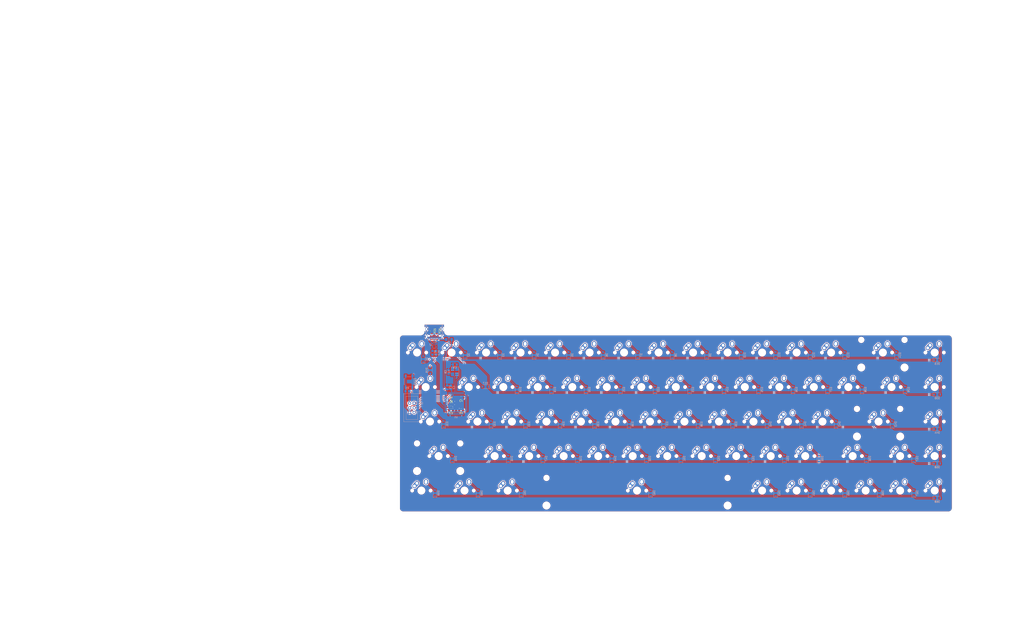
<source format=kicad_pcb>
(kicad_pcb (version 20240108) (generator "pcbnew") (generator_version "8.0")
  (layers (0 "F.Cu" signal) (31 "B.Cu" signal) (34 "B.Paste" user) (35 "F.Paste" user) (36 "B.SilkS" user "B.Silkscreen") (37 "F.SilkS" user "F.Silkscreen") (38 "B.Mask" user) (39 "F.Mask" user) (44 "Edge.Cuts" user))
  (net 0 "")
  (net 1 "GND")
  (net 2 "+5V")
  (net 3 "Net-(U1-XTAL1)")
  (net 4 "Net-(U1-XTAL2)")
  (net 5 "Net-(U1-UCAP)")
  (net 6 "ROW0")
  (net 7 "Net-(D1-A)")
  (net 8 "Net-(D2-A)")
  (net 9 "Net-(D3-A)")
  (net 10 "Net-(D4-A)")
  (net 11 "Net-(D5-A)")
  (net 12 "Net-(D6-A)")
  (net 13 "Net-(D7-A)")
  (net 14 "Net-(D8-A)")
  (net 15 "Net-(D9-A)")
  (net 16 "Net-(D10-A)")
  (net 17 "Net-(D11-A)")
  (net 18 "Net-(D12-A)")
  (net 19 "Net-(D13-A)")
  (net 20 "Net-(D14-A)")
  (net 21 "Net-(D15-A)")
  (net 22 "ROW1")
  (net 23 "Net-(D16-A)")
  (net 24 "Net-(D17-A)")
  (net 25 "Net-(D18-A)")
  (net 26 "Net-(D19-A)")
  (net 27 "Net-(D20-A)")
  (net 28 "Net-(D21-A)")
  (net 29 "Net-(D22-A)")
  (net 30 "Net-(D23-A)")
  (net 31 "Net-(D24-A)")
  (net 32 "Net-(D25-A)")
  (net 33 "Net-(D26-A)")
  (net 34 "Net-(D27-A)")
  (net 35 "Net-(D28-A)")
  (net 36 "Net-(D29-A)")
  (net 37 "Net-(D30-A)")
  (net 38 "ROW2")
  (net 39 "Net-(D31-A)")
  (net 40 "Net-(D32-A)")
  (net 41 "Net-(D33-A)")
  (net 42 "Net-(D34-A)")
  (net 43 "Net-(D35-A)")
  (net 44 "Net-(D36-A)")
  (net 45 "Net-(D37-A)")
  (net 46 "Net-(D38-A)")
  (net 47 "Net-(D39-A)")
  (net 48 "Net-(D40-A)")
  (net 49 "Net-(D41-A)")
  (net 50 "Net-(D42-A)")
  (net 51 "Net-(D43-A)")
  (net 52 "Net-(D44-A)")
  (net 53 "Net-(D45-A)")
  (net 54 "ROW3")
  (net 55 "Net-(D46-A)")
  (net 56 "Net-(D47-A)")
  (net 57 "Net-(D48-A)")
  (net 58 "Net-(D49-A)")
  (net 59 "Net-(D50-A)")
  (net 60 "Net-(D51-A)")
  (net 61 "Net-(D52-A)")
  (net 62 "Net-(D53-A)")
  (net 63 "Net-(D54-A)")
  (net 64 "Net-(D55-A)")
  (net 65 "Net-(D56-A)")
  (net 66 "Net-(D57-A)")
  (net 67 "Net-(D58-A)")
  (net 68 "ROW4")
  (net 69 "Net-(D59-A)")
  (net 70 "Net-(D60-A)")
  (net 71 "Net-(D61-A)")
  (net 72 "Net-(D62-A)")
  (net 73 "Net-(D63-A)")
  (net 74 "Net-(D64-A)")
  (net 75 "Net-(D65-A)")
  (net 76 "Net-(D66-A)")
  (net 77 "Net-(D67-A)")
  (net 78 "Net-(D68-A)")
  (net 79 "/DR+")
  (net 80 "/DR-")
  (net 81 "/MOSI")
  (net 82 "/MISO")
  (net 83 "Net-(J1-~{RST})")
  (net 84 "/SCK")
  (net 85 "/D+")
  (net 86 "/D-")
  (net 87 "Net-(U1-~{HWB}{slash}PE2)")
  (net 88 "COL0")
  (net 89 "COL1")
  (net 90 "COL2")
  (net 91 "COL3")
  (net 92 "COL4")
  (net 93 "COL5")
  (net 94 "COL6")
  (net 95 "COL7")
  (net 96 "COL8")
  (net 97 "COL9")
  (net 98 "COL10")
  (net 99 "COL11")
  (net 100 "COL12")
  (net 101 "COL13")
  (net 102 "COL14")
  (net 126 "Net-(D71-VCC)")
  (net 128 "Net-(J2-CC2)")
  (net 129 "Net-(J2-CC1)")
  (footprint "MX_Alps_Hybrid:MX-Alps-Hybrid-1U" (layer "F.Cu") (at 351.85375 154.64)
    (property "Reference" "SW58")
    (property "Value" "SW_Push")
  )
  (footprint "MX_Alps_Hybrid:MX-Alps-Hybrid-1U" (layer "F.Cu") (at 256.60375 173.69)
    (property "Reference" "SW63")
    (property "Value" "SW_Push")
  )
  (footprint "MX_Alps_Hybrid:MX-Alps-Hybrid-1U" (layer "F.Cu") (at 223.26625 154.64)
    (property "Reference" "SW52")
    (property "Value" "SW_Push")
  )
  (footprint "MX_Alps_Hybrid:MX-Alps-Hybrid-1U" (layer "F.Cu") (at 194.69125 135.59)
    (property "Reference" "SW37")
    (property "Value" "SW_Push")
  )
  (footprint "Resistor_SMD:R_0805_2012Metric_Pad1.20x1.40mm_HandSolder" (layer "F.Cu") (at 74.27875 85.565 -90)
    (property "Reference" "R15")
    (property "Value" "5.1k")
  )
  (footprint "MX_Alps_Hybrid:MX-Alps-Hybrid-1U" (layer "F.Cu") (at 313.75375 173.69)
    (property "Reference" "SW66")
    (property "Value" "SW_Push")
  )
  (footprint "MX_Alps_Hybrid:MX-Alps-Hybrid-1U" (layer "F.Cu") (at 270.89125 135.59)
    (property "Reference" "SW41")
    (property "Value" "SW_Push")
  )
  (footprint "MX_Alps_Hybrid:MX-Alps-Hybrid-1.75U" (layer "F.Cu") (at 306.61 154.64)
    (property "Reference" "SW56")
    (property "Value" "SW_Push")
  )
  (footprint "MX_Alps_Hybrid:MX-Alps-Hybrid-1U" (layer "F.Cu") (at 151.82875 116.54)
    (property "Reference" "SW20")
    (property "Value" "SW_Push")
  )
  (footprint "MX_Alps_Hybrid:MX-Alps-Hybrid-1.25U" (layer "F.Cu") (at 68.485 173.69)
    (property "Reference" "SW59")
    (property "Value" "SW_Push")
  )
  (footprint "MX_Alps_Hybrid:MX-Alps-Hybrid-1.25U" (layer "F.Cu") (at 116.11 173.69)
    (property "Reference" "SW61")
    (property "Value" "SW_Push")
  )
  (footprint "MX_Alps_Hybrid:MX-Alps-Hybrid-2.25U" (layer "F.Cu") (at 320.8975 135.59)
    (property "Reference" "SW43")
    (property "Value" "SW_Push")
  )
  (footprint "MX_Alps_Hybrid:MX-Alps-Hybrid-1U" (layer "F.Cu") (at 85.15375 97.49)
    (property "Reference" "SW2")
    (property "Value" "SW_Push")
  )
  (footprint "MX_Alps_Hybrid:MX-Alps-Hybrid-1U" (layer "F.Cu") (at 275.65375 173.69)
    (property "Reference" "SW64")
    (property "Value" "SW_Push")
  )
  (footprint "MX_Alps_Hybrid:MX-Alps-Hybrid-1U" (layer "F.Cu") (at 242.31625 154.64)
    (property "Reference" "SW53")
    (property "Value" "SW_Push")
  )
  (footprint "MX_Alps_Hybrid:MX-Alps-Hybrid-1U" (layer "F.Cu") (at 218.50375 97.49)
    (property "Reference" "SW9")
    (property "Value" "SW_Push")
  )
  (footprint "MX_Alps_Hybrid:MX-Alps-Hybrid-1U" (layer "F.Cu") (at 166.11625 154.64)
    (property "Reference" "SW49")
    (property "Value" "SW_Push")
  )
  (footprint "MX_Alps_Hybrid:MX-Alps-Hybrid-1U" (layer "F.Cu") (at 294.70375 97.49)
    (property "Reference" "SW13")
    (property "Value" "SW_Push")
  )
  (footprint "MX_Alps_Hybrid:MX-Alps-Hybrid-1U" (layer "F.Cu") (at 285.17875 116.54)
    (property "Reference" "SW27")
    (property "Value" "SW_Push")
  )
  (footprint "MX_Alps_Hybrid:MX-Alps-Hybrid-1.25U" (layer "F.Cu") (at 92.2975 173.69)
    (property "Reference" "SW60")
    (property "Value" "SW_Push")
  )
  (footprint "Capacitor_SMD:C_0805_2012Metric_Pad1.18x1.45mm_HandSolder" (layer "F.Cu") (at 90.37875 122.465 180)
    (property "Reference" "C4")
    (property "Value" "0.1uF")
  )
  (footprint "MX_Alps_Hybrid:MX-Alps-Hybrid-1U" (layer "F.Cu") (at 137.54125 135.59)
    (property "Reference" "SW34")
    (property "Value" "SW_Push")
  )
  (footprint "MX_Alps_Hybrid:MX-Alps-Hybrid-1U" (layer "F.Cu") (at 289.94125 135.59)
    (property "Reference" "SW42")
    (property "Value" "SW_Push")
  )
  (footprint "MX_Alps_Hybrid:MX-Alps-Hybrid-1U" (layer "F.Cu") (at 237.55375 97.49)
    (property "Reference" "SW10")
    (property "Value" "SW_Push")
  )
  (footprint "MX_Alps_Hybrid:MX-Alps-Hybrid-1U" (layer "F.Cu") (at 156.59125 135.59)
    (property "Reference" "SW35")
    (property "Value" "SW_Push")
  )
  (footprint "MX_Alps_Hybrid:MX-Alps-Hybrid-1U" (layer "F.Cu") (at 189.92875 116.54)
    (property "Reference" "SW22")
    (property "Value" "SW_Push")
  )
  (footprint "Capacitor_SMD:C_0805_2012Metric_Pad1.18x1.45mm_HandSolder" (layer "F.Cu") (at 84.77875 124.265 180)
    (property "Reference" "C7")
    (property "Value" "0.1uF")
  )
  (footprint "MX_Alps_Hybrid:MX-Alps-Hybrid-1U" (layer "F.Cu") (at 275.65375 97.49)
    (property "Reference" "SW12")
    (property "Value" "SW_Push")
  )
  (footprint "MX_Alps_Hybrid:MX-Alps-Hybrid-1U" (layer "F.Cu") (at 175.64125 135.59)
    (property "Reference" "SW36")
    (property "Value" "SW_Push")
  )
  (footprint "MX_Alps_Hybrid:MX-Alps-Hybrid-1U" (layer "F.Cu") (at 128.01625 154.64)
    (property "Reference" "SW47")
    (property "Value" "SW_Push")
  )
  (footprint "MX_Alps_Hybrid:MX-Alps-Hybrid-1U" (layer "F.Cu") (at 256.60375 97.49)
    (property "Reference" "SW11")
    (property "Value" "SW_Push")
  )
  (footprint "MX_Alps_Hybrid:MX-Alps-Hybrid-1U" (layer "F.Cu") (at 161.35375 97.49)
    (property "Reference" "SW6")
    (property "Value" "SW_Push")
  )
  (footprint "Resistor_SMD:R_0805_2012Metric_Pad1.20x1.40mm_HandSolder" (layer "F.Cu") (at 76.97875 85.565 -90)
    (property "Reference" "R16")
    (property "Value" "5.1k")
  )
  (footprint "MX_Alps_Hybrid:MX-Alps-Hybrid-1U" (layer "F.Cu") (at 208.97875 116.54)
    (property "Reference" "SW23")
    (property "Value" "SW_Push")
  )
  (footprint "MX_Alps_Hybrid:MX-Alps-Hybrid-1U" (layer "F.Cu") (at 108.96625 154.64)
    (property "Reference" "SW46")
    (property "Value" "SW_Push")
  )
  (footprint "Capacitor_SMD:C_0805_2012Metric_Pad1.18x1.45mm_HandSolder" (layer "F.Cu") (at 84.77875 126.265)
    (property "Reference" "C8")
    (property "Value" "1uF")
  )
  (footprint "MX_Alps_Hybrid:MX-Alps-Hybrid-1U" (layer "F.Cu") (at 294.70375 173.69)
    (property "Reference" "SW65")
    (property "Value" "SW_Push")
  )
  (footprint "MX_Alps_Hybrid:MX-Alps-Hybrid-1U" (layer "F.Cu") (at 280.41625 154.64)
    (property "Reference" "SW55")
    (property "Value" "SW_Push")
  )
  (footprint "Capacitor_SMD:C_0805_2012Metric_Pad1.18x1.45mm_HandSolder" (layer "F.Cu") (at 84.87875 129.265 180)
    (property "Reference" "C3")
    (property "Value" "0.1uF")
  )
  (footprint "MX_Alps_Hybrid:MX-Alps-Hybrid-1U" (layer "F.Cu") (at 304.22875 116.54)
    (property "Reference" "SW28")
    (property "Value" "SW_Push")
  )
  (footprint "MX_Alps_Hybrid:MX-Alps-Hybrid-1U" (layer "F.Cu") (at 118.49125 135.59)
    (property "Reference" "SW33")
    (property "Value" "SW_Push")
  )
  (footprint "MX_Alps_Hybrid:MX-Alps-Hybrid-1U" (layer "F.Cu") (at 232.79125 135.59)
    (property "Reference" "SW39")
    (property "Value" "SW_Push")
  )
  (footprint "MX_Alps_Hybrid:MX-Alps-Hybrid-1U" (layer "F.Cu") (at 204.21625 154.64)
    (property "Reference" "SW51")
    (property "Value" "SW_Push")
  )
  (footprint "MX_Alps_Hybrid:MX-Alps-Hybrid-2U" (layer "F.Cu") (at 323.27875 97.49)
    (property "Reference" "SW14")
    (property "Value" "SW_Push")
  )
  (footprint "MX_Alps_Hybrid:MX-Alps-Hybrid-1U" (layer "F.Cu") (at 180.40375 97.49)
    (property "Reference" "SW7")
    (property "Value" "SW_Push")
  )
  (footprint "MX_Alps_Hybrid:MX-Alps-Hybrid-1U" (layer "F.Cu") (at 123.25375 97.49)
    (property "Reference" "SW4")
    (property "Value" "SW_Push")
  )
  (footprint "MX_Alps_Hybrid:MX-Alps-Hybrid-1U" (layer "F.Cu") (at 132.77875 116.54)
    (property "Reference" "SW19")
    (property "Value" "SW_Push")
  )
  (footprint "MX_Alps_Hybrid:MX-Alps-Hybrid-1U" (layer "F.Cu") (at 351.85375 173.69)
    (property "Reference" "SW68")
    (property "Value" "SW_Push")
  )
  (footprint "MX_Alps_Hybrid:MX-Alps-Hybrid-1U" (layer "F.Cu") (at 332.80375 154.64)
    (property "Reference" "SW57")
    (property "Value" "SW_Push")
  )
  (footprint "MX_Alps_Hybrid:MX-Alps-Hybrid-1.75U" (layer "F.Cu") (at 73.2475 135.59)
    (property "Reference" "SW31")
    (property "Value" "SW_Push")
  )
  (footprint "MX_Alps_Hybrid:MX-Alps-Hybrid-1U" (layer "F.Cu") (at 351.85375 116.54)
    (property "Reference" "SW30")
    (property "Value" "SW_Push")
  )
  (footprint "MX_Alps_Hybrid:MX-Alps-Hybrid-1U" (layer "F.Cu") (at 332.80375 173.69)
    (property "Reference" "SW67")
    (property "Value" "SW_Push")
  )
  (footprint "MX_Alps_Hybrid:MX-Alps-Hybrid-1U" (layer "F.Cu") (at 170.87875 116.54)
    (property "Reference" "SW21")
    (property "Value" "SW_Push")
  )
  (footprint "MX_Alps_Hybrid:MX-Alps-Hybrid-1U" (layer "F.Cu") (at 266.12875 116.54)
    (property "Reference" "SW26")
    (property "Value" "SW_Push")
  )
  (footprint "MX_Alps_Hybrid:MX-Alps-Hybrid-1U" (layer "F.Cu") (at 142.30375 97.49)
    (property "Reference" "SW5")
    (property "Value" "SW_Push")
  )
  (footprint "MX_Alps_Hybrid:MX-Alps-Hybrid-1U" (layer "F.Cu") (at 261.36625 154.64)
    (property "Reference" "SW54")
    (property "Value" "SW_Push")
  )
  (footprint "MX_Alps_Hybrid:MX-Alps-Hybrid-1U" (layer "F.Cu") (at 113.72875 116.54)
    (property "Reference" "SW18")
    (property "Value" "SW_Push")
  )
  (footprint "MX_Alps_Hybrid:MX-Alps-Hybrid-1U" (layer "F.Cu") (at 104.20375 97.49)
    (property "Reference" "SW3")
    (property "Value" "SW_Push")
  )
  (footprint "MX_Alps_Hybrid:MX-Alps-Hybrid-1U" (layer "F.Cu") (at 247.07875 116.54)
    (property "Reference" "SW25")
    (property "Value" "SW_Push")
  )
  (footprint "MX_Alps_Hybrid:MX-Alps-Hybrid-1.5U" (layer "F.Cu") (at 70.86625 116.54)
    (property "Reference" "SW16")
    (property "Value" "SW_Push")
  )
  (footprint "MX_Alps_Hybrid:MX-Alps-Hybrid-1U" (layer "F.Cu") (at 351.85375 135.59)
    (property "Reference" "SW44")
    (property "Value" "SW_Push")
  )
  (footprint "MX_Alps_Hybrid:MX-Alps-Hybrid-1U" (layer "F.Cu") (at 185.16625 154.64)
    (property "Reference" "SW50")
    (property "Value" "SW_Push")
  )
  (footprint "Resistor_SMD:R_0805_2012Metric_Pad1.20x1.40mm_HandSolder" (layer "F.Cu") (at 90.37875 129.265 180)
    (property "Reference" "R4")
    (property "Value" "10k")
  )
  (footprint "MX_Alps_Hybrid:MX-Alps-Hybrid-6.25U" (layer "F.Cu") (at 187.5475 173.69)
    (property "Reference" "SW62")
    (property "Value" "SW_Push")
  )
  (footprint "MX_Alps_Hybrid:MX-Alps-Hybrid-1U" (layer "F.Cu") (at 99.44125 135.59)
    (property "Reference" "SW32")
    (property "Value" "SW_Push")
  )
  (footprint "MX_Alps_Hybrid:MX-Alps-Hybrid-1.5U" (layer "F.Cu") (at 328.04125 116.54)
    (property "Reference" "SW29")
    (property "Value" "SW_Push")
  )
  (footprint "MX_Alps_Hybrid:MX-Alps-Hybrid-2.25U" (layer "F.Cu") (at 78.01 154.64)
    (property "Reference" "SW45")
    (property "Value" "SW_Push")
  )
  (footprint "MX_Alps_Hybrid:MX-Alps-Hybrid-1U" (layer "F.Cu") (at 147.06625 154.64)
    (property "Reference" "SW48")
    (property "Value" "SW_Push")
  )
  (footprint "MX_Alps_Hybrid:MX-Alps-Hybrid-1U" (layer "F.Cu") (at 228.02875 116.54)
    (property "Reference" "SW24")
    (property "Value" "SW_Push")
  )
  (footprint "MX_Alps_Hybrid:MX-Alps-Hybrid-1U" (layer "F.Cu") (at 251.84125 135.59)
    (property "Reference" "SW40")
    (property "Value" "SW_Push")
  )
  (footprint "MX_Alps_Hybrid:MX-Alps-Hybrid-1U" (layer "F.Cu") (at 351.85375 97.49)
    (property "Reference" "SW15")
    (property "Value" "SW_Push")
  )
  (footprint "MX_Alps_Hybrid:MX-Alps-Hybrid-1U" (layer "F.Cu") (at 199.45375 97.49)
    (property "Reference" "SW8")
    (property "Value" "SW_Push")
  )
  (footprint "MX_Alps_Hybrid:MX-Alps-Hybrid-1U" (layer "F.Cu") (at 213.74125 135.59)
    (property "Reference" "SW38")
    (property "Value" "SW_Push")
  )
  (footprint "MX_Alps_Hybrid:MX-Alps-Hybrid-1U" (layer "F.Cu") (at 66.10375 97.49)
    (property "Reference" "SW1")
    (property "Value" "SW_Push")
  )
  (footprint "MX_Alps_Hybrid:MX-Alps-Hybrid-1U" (layer "F.Cu") (at 94.67875 116.54)
    (property "Reference" "SW17")
    (property "Value" "SW_Push")
  )
  (footprint "Diode_SMD:D_SOD-123" (layer "B.Cu") (at 302.20375 175.07195 90)
    (property "Reference" "D65")
    (property "Value" "D")
  )
  (footprint "Diode_SMD:D_SOD-123" (layer "B.Cu") (at 192.66625 156.02195 90)
    (property "Reference" "D50")
    (property "Value" "D")
  )
  (footprint "Crystal:Crystal_SMD_3225-4Pin_3.2x2.5mm_HandSoldering" (layer "B.Cu") (at 86.87875 108.065 -90)
    (property "Reference" "Y1")
    (property "Value" "16MHz")
  )
  (footprint "Diode_SMD:D_SOD-123" (layer "B.Cu") (at 230.76625 156.02195 90)
    (property "Reference" "D52")
    (property "Value" "D")
  )
  (footprint "Diode_SMD:D_SOD-123" (layer "B.Cu") (at 249.81625 156.02195 90)
    (property "Reference" "D53")
    (property "Value" "D")
  )
  (footprint "Diode_SMD:D_SOD-123" (layer "B.Cu") (at 311.72875 117.92195 90)
    (property "Reference" "D28")
    (property "Value" "D")
  )
  (footprint "Diode_SMD:D_SOD-123" (layer "B.Cu") (at 178.37875 117.92195 90)
    (property "Reference" "D21")
    (property "Value" "D")
  )
  (footprint "Diode_SMD:D_SOD-123" (layer "B.Cu") (at 221.24125 136.97195 90)
    (property "Reference" "D38")
    (property "Value" "D")
  )
  (footprint "Diode_SMD:D_SOD-123" (layer "B.Cu") (at 211.71625 156.02195 90)
    (property "Reference" "D51")
    (property "Value" "D")
  )
  (footprint "Diode_SMD:D_SOD-123" (layer "B.Cu") (at 159.32875 117.92195 90)
    (property "Reference" "D20")
    (property "Value" "D")
  )
  (footprint "Diode_SMD:D_SOD-123" (layer "B.Cu") (at 340.30375 175.07195 90)
    (property "Reference" "D67")
    (property "Value" "D")
  )
  (footprint "Diode_SMD:D_SOD-123" (layer "B.Cu") (at 164.09125 136.97195 90)
    (property "Reference" "D35")
    (property "Value" "D")
  )
  (footprint "Diode_SMD:D_SOD-123" (layer "B.Cu") (at 206.95375 98.87195 90)
    (property "Reference" "D8")
    (property "Value" "D")
  )
  (footprint "Diode_SMD:D_SOD-123" (layer "B.Cu") (at 140.27875 117.92195 90)
    (property "Reference" "D19")
    (property "Value" "D")
  )
  (footprint "Diode_SMD:D_SOD-123" (layer "B.Cu") (at 123.61 175.07195 90)
    (property "Reference" "D61")
    (property "Value" "D")
  )
  (footprint "Package_QFP:TQFP-44_10x10mm_P0.8mm" (layer "B.Cu") (at 87.57875 125.665)
    (property "Reference" "U1")
    (property "Value" "ATmega32U4-A")
  )
  (footprint "Diode_SMD:D_SOD-123" (layer "B.Cu") (at 353.27875 101.665)
    (property "Reference" "D15")
    (property "Value" "D")
  )
  (footprint "Capacitor_SMD:C_0805_2012Metric_Pad1.18x1.45mm_HandSolder" (layer "B.Cu") (at 82.67875 116.765 -90)
    (property "Reference" "C1")
    (property "Value" "10uF")
  )
  (footprint "Diode_SMD:D_SOD-123" (layer "B.Cu") (at 69.47875 101.115 90)
    (property "Reference" "D1")
    (property "Value" "D")
  )
  (footprint "Diode_SMD:D_SOD-123" (layer "B.Cu") (at 202.19125 136.97195 90)
    (property "Reference" "D37")
    (property "Value" "D")
  )
  (footprint "Diode_SMD:D_SOD-123" (layer "B.Cu") (at 283.15375 175.07195 90)
    (property "Reference" "D64")
    (property "Value" "D")
  )
  (footprint "Diode_SMD:D_SOD-123" (layer "B.Cu") (at 259.34125 136.97195 90)
    (property "Reference" "D40")
    (property "Value" "D")
  )
  (footprint "Diode_SMD:D_SOD-123" (layer "B.Cu") (at 353.27875 139.765)
    (property "Reference" "D44")
    (property "Value" "D")
  )
  (footprint "Diode_SMD:D_SOD-123" (layer "B.Cu") (at 135.51625 156.02195 90)
    (property "Reference" "D47")
    (property "Value" "D")
  )
  (footprint "Diode_SMD:D_SOD-123" (layer "B.Cu") (at 340.30375 156.02195 90)
    (property "Reference" "D57")
    (property "Value" "D")
  )
  (footprint "Diode_SMD:D_SOD-123" (layer "B.Cu") (at 111.70375 98.87195 90)
    (property "Reference" "D3")
    (property "Value" "D")
  )
  (footprint "Resistor_SMD:R_0805_2012Metric_Pad1.20x1.40mm_HandSolder" (layer "B.Cu") (at 60.67875 118.815 180)
    (property "Reference" "R1")
    (property "Value" "10k")
  )
  (footprint "Diode_SMD:D_SOD-123" (layer "B.Cu") (at 235.52875 117.92195 90)
    (property "Reference" "D24")
    (property "Value" "D")
  )
  (footprint "Diode_SMD:D_SOD-123" (layer "B.Cu") (at 264.10375 175.07195 90)
    (property "Reference" "D63")
    (property "Value" "D")
  )
  (footprint "Diode_SMD:D_SOD-123" (layer "B.Cu") (at 80.7475 136.97195 90)
    (property "Reference" "D31")
    (property "Value" "D")
  )
  (footprint "Diode_SMD:D_SOD-123" (layer "B.Cu") (at 154.56625 156.02195 90)
    (property "Reference" "D48")
    (property "Value" "D")
  )
  (footprint "Diode_SMD:D_SOD-123" (layer "B.Cu") (at 330.77875 98.87195 90)
    (property "Reference" "D14")
    (property "Value" "D")
  )
  (footprint "Diode_SMD:D_SOD-123" (layer "B.Cu") (at 245.05375 98.87195 90)
    (property "Reference" "D10")
    (property "Value" "D")
  )
  (footprint "Button_Switch_SMD:SW_SPST_SKQG_WithStem" (layer "B.Cu") (at 61.6725 113.51625 90)
    (property "Reference" "SW69")
    (property "Value" "SW_Push")
  )
  (footprint "Diode_SMD:D_SOD-123" (layer "B.Cu") (at 283.15375 98.87195 90)
    (property "Reference" "D12")
    (property "Value" "D")
  )
  (footprint "Diode_SMD:D_SOD-123" (layer "B.Cu") (at 321.25375 175.07195 90)
    (property "Reference" "D66")
    (property "Value" "D")
  )
  (footprint "Capacitor_SMD:C_0805_2012Metric_Pad1.18x1.45mm_HandSolder" (layer "B.Cu") (at 86.97875 104.115)
    (property "Reference" "C5")
    (property "Value" "22pF")
  )
  (footprint "Diode_SMD:D_SOD-123" (layer "B.Cu") (at 149.80375 98.87195 90)
    (property "Reference" "D5")
    (property "Value" "D")
  )
  (footprint "Connector_IDC:IDC-Header_2x03_P2.54mm_Vertical" (layer "B.Cu") (at 64.525 125.47125 180)
    (property "Reference" "J1")
    (property "Value" "AVR-ISP-6")
  )
  (footprint "Diode_SMD:D_SOD-123" (layer "B.Cu") (at 125.99125 136.97195 90)
    (property "Reference" "D33")
    (property "Value" "D")
  )
  (footprint "Diode_SMD:D_SOD-123" (layer "B.Cu") (at 216.47875 117.92195 90)
    (property "Reference" "D23")
    (property "Value" "D")
  )
  (footprint "Diode_SMD:D_SOD-123" (layer "B.Cu") (at 328.3975 136.97195 90)
    (property "Reference" "D43")
    (property "Value" "D")
  )
  (footprint "Diode_SMD:D_SOD-123" (layer "B.Cu") (at 353.27875 120.715)
    (property "Reference" "D30")
    (property "Value" "D")
  )
  (footprint "Diode_SMD:D_SOD-123" (layer "B.Cu") (at 226.00375 98.87195 90)
    (property "Reference" "D9")
    (property "Value" "D")
  )
  (footprint "Diode_SMD:D_SOD-123" (layer "B.Cu") (at 121.22875 117.92195 90)
    (property "Reference" "D18")
    (property "Value" "D")
  )
  (footprint "Resistor_SMD:R_0805_2012Metric_Pad1.20x1.40mm_HandSolder" (layer "B.Cu") (at 74.57875 97.62 90)
    (property "Reference" "R11")
    (property "Value" "22")
  )
  (footprint "Diode_SMD:D_SOD-123" (layer "B.Cu") (at 314.11 156.02195 90)
    (property "Reference" "D56")
    (property "Value" "D")
  )
  (footprint "Package_TO_SOT_SMD:SOT-143" (layer "B.Cu") (at 75.57875 93.47 180)
    (property "Reference" "D71")
    (property "Value" "PRTR5V0U2X")
  )
  (footprint "Diode_SMD:D_SOD-123" (layer "B.Cu") (at 116.46625 156.02195 90)
    (property "Reference" "D46")
    (property "Value" "D")
  )
  (footprint "Diode_SMD:D_SOD-123" (layer "B.Cu") (at 73.37875 107.265 -90)
    (property "Reference" "D16")
    (property "Value" "D")
  )
  (footprint "Diode_SMD:D_SOD-123" (layer "B.Cu") (at 287.91625 156.02195 90)
    (property "Reference" "D55")
    (property "Value" "D")
  )
  (footprint "Diode_SMD:D_SOD-123" (layer "B.Cu") (at 254.57875 117.92195 90)
    (property "Reference" "D25")
    (property "Value" "D")
  )
  (footprint "Diode_SMD:D_SOD-123" (layer "B.Cu") (at 264.10375 98.87195 90)
    (property "Reference" "D11")
    (property "Value" "D")
  )
  (footprint "Diode_SMD:D_SOD-123" (layer "B.Cu") (at 292.67875 117.92195 90)
    (property "Reference" "D27")
    (property "Value" "D")
  )
  (footprint "Diode_SMD:D_SOD-123" (layer "B.Cu") (at 85.51 156.02195 90)
    (property "Reference" "D45")
    (property "Value" "D")
  )
  (footprint "Diode_SMD:D_SOD-123" (layer "B.Cu") (at 173.61625 156.02195 90)
    (property "Reference" "D49")
    (property "Value" "D")
  )
  (footprint "Diode_SMD:D_SOD-123" (layer "B.Cu") (at 268.86625 156.02195 90)
    (property "Reference" "D54")
    (property "Value" "D")
  )
  (footprint "Diode_SMD:D_SOD-123" (layer "B.Cu") (at 353.27875 158.815)
    (property "Reference" "D58")
    (property "Value" "D")
  )
  (footprint "Resistor_SMD:R_0805_2012Metric_Pad1.20x1.40mm_HandSolder" (layer "B.Cu") (at 76.57875 97.62 90)
    (property "Reference" "R12")
    (property "Value" "22")
  )
  (footprint "Diode_SMD:D_SOD-123" (layer "B.Cu") (at 145.04125 136.97195 90)
    (property "Reference" "D34")
    (property "Value" "D")
  )
  (footprint "Diode_SMD:D_SOD-123" (layer "B.Cu") (at 103.87875 116.365 180)
    (property "Reference" "D17")
    (property "Value" "D")
  )
  (footprint "Diode_SMD:D_SOD-123" (layer "B.Cu") (at 130.75375 98.87195 90)
    (property "Reference" "D4")
    (property "Value" "D")
  )
  (footprint "Diode_SMD:D_SOD-123" (layer "B.Cu") (at 92.65375 98.87195 90)
    (property "Reference" "D2")
    (property "Value" "D")
  )
  (footprint "Diode_SMD:D_SOD-123" (layer "B.Cu") (at 183.14125 136.97195 90)
    (property "Reference" "D36")
    (property "Value" "D")
  )
  (footprint "Diode_SMD:D_SOD-123" (layer "B.Cu") (at 197.42875 117.92195 90)
    (property "Reference" "D22")
    (property "Value" "D")
  )
  (footprint "Diode_SMD:D_SOD-123" (layer "B.Cu") (at 278.39125 136.97195 90)
    (property "Reference" "D41")
    (property "Value" "D")
  )
  (footprint "Diode_SMD:D_SOD-123" (layer "B.Cu") (at 335.54125 117.92195 90)
    (property "Reference" "D29")
    (property "Value" "D")
  )
  (footprint "Diode_SMD:D_SOD-123" (layer "B.Cu") (at 75.985 175.07195 90)
    (property "Reference" "D59")
    (property "Value" "D")
  )
  (footprint "Diode_SMD:D_SOD-123" (layer "B.Cu") (at 297.44125 136.97195 90)
    (property "Reference" "D42")
    (property "Value" "D")
  )
  (footprint "Diode_SMD:D_SOD-123" (layer "B.Cu") (at 273.62875 117.92195 90)
    (property "Reference" "D26")
    (property "Value" "D")
  )
  (footprint "Fuse:Fuse_1206_3216Metric_Pad1.42x1.75mm_HandSolder" (layer "B.Cu") (at 83.67875 90.265)
    (property "Reference" "F2")
    (property "Value" "500m")
  )
  (footprint "Capacitor_SMD:C_0805_2012Metric_Pad1.18x1.45mm_HandSolder" (layer "B.Cu") (at 83.47875 108.165 -90)
    (property "Reference" "C6")
    (property "Value" "22pF")
  )
  (footprint "kbd_custom:GCT_USB4105GFA120" (layer "B.Cu") (at 75.62875 84.565)
    (property "Reference" "J2")
    (property "Value" "USB4105GFA120")
  )
  (footprint "Diode_SMD:D_SOD-123" (layer "B.Cu") (at 240.29125 136.97195 90)
    (property "Reference" "D39")
    (property "Value" "D")
  )
  (footprint "Diode_SMD:D_SOD-123" (layer "B.Cu") (at 106.94125 136.97195 90)
    (property "Reference" "D32")
    (property "Value" "D")
  )
  (footprint "Diode_SMD:D_SOD-123" (layer "B.Cu") (at 353.27875 177.865)
    (property "Reference" "D68")
    (property "Value" "D")
  )
  (footprint "Diode_SMD:D_SOD-123" (layer "B.Cu") (at 302.20375 98.87195 90)
    (property "Reference" "D13")
    (property "Value" "D")
  )
  (footprint "Diode_SMD:D_SOD-123" (layer "B.Cu") (at 99.7975 175.07195 90)
    (property "Reference" "D60")
    (property "Value" "D")
  )
  (footprint "Diode_SMD:D_SOD-123" (layer "B.Cu") (at 195.0475 175.07195 90)
    (property "Reference" "D62")
    (property "Value" "D")
  )
  (footprint "Diode_SMD:D_SOD-123" (layer "B.Cu") (at 168.85375 98.87195 90)
    (property "Reference" "D6")
    (property "Value" "D")
  )
  (footprint "Capacitor_SMD:C_0805_2012Metric_Pad1.18x1.45mm_HandSolder" (layer "B.Cu") (at 84.77875 116.765 90)
    (property "Reference" "C2")
    (property "Value" "0.1uF")
  )
  (footprint "Diode_SMD:D_SOD-123" (layer "B.Cu") (at 187.90375 98.87195 90)
    (property "Reference" "D7")
    (property "Value" "D")
  )
  (gr_arc (start 58.47875 185.342) (mid 57.064504 184.756231) (end 56.47875 183.342) (stroke (width 0.05)) (layer "Edge.Cuts"))
  (gr_arc (start 56.47875 89.865) (mid 57.064536 88.450786) (end 58.47875 87.865) (stroke (width 0.05)) (layer "Edge.Cuts"))
  (gr_arc (start 70.07875 85.865) (mid 69.492964 87.279214) (end 68.07875 87.865) (stroke (width 0.05)) (layer "Edge.Cuts"))
  (gr_arc (start 359.47875 87.865) (mid 360.892964 88.450786) (end 361.47875 89.865) (stroke (width 0.05)) (layer "Edge.Cuts"))
  (gr_line (start 58.47875 185.342) (end 359.47875 185.342) (stroke (width 0.05)) (layer "Edge.Cuts"))
  (gr_line (start 81.17875 85.865) (end 81.17875 81.965) (stroke (width 0.05)) (layer "Edge.Cuts"))
  (gr_arc (start 361.47875 183.342) (mid 360.892961 184.756196) (end 359.47875 185.342) (stroke (width 0.05)) (layer "Edge.Cuts"))
  (gr_line (start 68.07875 87.865) (end 58.47875 87.865) (stroke (width 0.05)) (layer "Edge.Cuts"))
  (gr_line (start 70.07875 85.865) (end 70.07875 81.965) (stroke (width 0.05)) (layer "Edge.Cuts"))
  (gr_line (start 359.47875 87.865) (end 83.17875 87.865) (stroke (width 0.05)) (layer "Edge.Cuts"))
  (gr_arc (start 83.17875 87.865) (mid 81.764536 87.279214) (end 81.17875 85.865) (stroke (width 0.05)) (layer "Edge.Cuts"))
  (gr_line (start 70.07875 81.965) (end 81.17875 81.965) (stroke (width 0.05)) (layer "Edge.Cuts"))
  (gr_line (start 56.47875 89.865) (end 56.47875 183.342) (stroke (width 0.05)) (layer "Edge.Cuts"))
  (gr_line (start 361.47875 183.342) (end 361.47875 89.865) (stroke (width 0.05)) (layer "Edge.Cuts"))
  (via (at 85.77875 127.265) (size 0.6) (drill 0.3) (layers "F.Cu" "B.Cu") (net 1))
  (via (at 85.87875 128.165) (size 0.6) (drill 0.3) (layers "F.Cu" "B.Cu") (net 1))
  (via (at 86.87875 129.265) (size 0.6) (drill 0.3) (layers "F.Cu" "B.Cu") (net 1))
  (via (at 88.47875 129.265) (size 0.6) (drill 0.3) (layers "F.Cu" "B.Cu") (net 1))
  (via (at 86.17875 105.965) (size 0.6) (drill 0.3) (layers "F.Cu" "B.Cu") (net 1))
  (via (at 86.87875 124.465) (size 0.6) (drill 0.3) (layers "F.Cu" "B.Cu") (net 1))
  (via (at 87.57875 108.865) (size 0.6) (drill 0.3) (layers "F.Cu" "B.Cu") (net 1))
  (via (at 88.47875 110.165) (size 0.6) (drill 0.3) (layers "F.Cu" "B.Cu") (net 1))
  (via (at 85.27875 107.265) (size 0.6) (drill 0.3) (layers "F.Cu" "B.Cu") (net 1))
  (via (at 85.27875 105.965) (size 0.6) (drill 0.3) (layers "F.Cu" "B.Cu") (net 1))
  (via (at 84.37875 132.465) (size 0.6) (drill 0.3) (layers "F.Cu" "B.Cu") (net 1))
  (via (at 89.37875 128.265) (size 0.6) (drill 0.3) (layers "F.Cu" "B.Cu") (net 1))
  (via (at 85.77875 125.265) (size 0.6) (drill 0.3) (layers "F.Cu" "B.Cu") (net 1))
  (via (at 86.17875 107.265) (size 0.6) (drill 0.3) (layers "F.Cu" "B.Cu") (net 1))
  (via (at 90.77875 132.465) (size 0.6) (drill 0.3) (layers "F.Cu" "B.Cu") (net 1))
  (via (at 86.77875 126.265) (size 0.6) (drill 0.3) (layers "F.Cu" "B.Cu") (net 1))
  (via (at 87.57875 110.165) (size 0.6) (drill 0.3) (layers "F.Cu" "B.Cu") (net 1))
  (via (at 88.47875 108.865) (size 0.6) (drill 0.3) (layers "F.Cu" "B.Cu") (net 1))
  (segment (start 90.77875 131.365) (end 90.77875 132.465) (width 0.5) (layer "B.Cu") (net 1))
  (segment (start 84.37875 131.365) (end 84.37875 132.465) (width 0.5) (layer "B.Cu") (net 1))
  (segment (start 78.82875 89.32) (end 79.37375 89.32) (width 0.5) (layer "B.Cu") (net 1))
  (segment (start 81.87875 126.465) (end 80.67875 126.465) (width 0.5) (layer "B.Cu") (net 1))
  (segment (start 72.42875 89.32) (end 71.88375 89.32) (width 0.5) (layer "B.Cu") (net 1))
  (segment (start 80.67875 126.465) (end 80.27875 126.065) (width 0.5) (layer "B.Cu") (net 1))
  (segment (start 85.97875 121.365) (end 86.27875 121.665) (width 0.5) (layer "B.Cu") (net 1))
  (segment (start 79.37375 89.32) (end 79.94875 88.745) (width 0.5) (layer "B.Cu") (net 1))
  (segment (start 71.88375 89.32) (end 71.30875 88.745) (width 0.5) (layer "B.Cu") (net 1))
  (segment (start 81.87875 126.465) (end 83.57875 126.465) (width 0.5) (layer "B.Cu") (net 1))
  (segment (start 85.97875 119.965) (end 85.97875 121.365) (width 0.5) (layer "B.Cu") (net 1))
  (segment (start 91.41625 122.465) (end 90.11625 123.765) (width 0.5) (layer "F.Cu") (net 2))
  (segment (start 84.67875 122.965) (end 83.74125 123.9025) (width 0.5) (layer "F.Cu") (net 2))
  (segment (start 83.44125 128.865) (end 83.84125 129.265) (width 0.5) (layer "F.Cu") (net 2))
  (segment (start 83.74125 124.265) (end 84.77875 125.3025) (width 0.5) (layer "F.Cu") (net 2))
  (segment (start 86.77875 122.965) (end 84.67875 122.965) (width 0.5) (layer "F.Cu") (net 2))
  (segment (start 84.77875 128.3275) (end 83.84125 129.265) (width 0.5) (layer "F.Cu") (net 2))
  (segment (start 92.27875 122.465) (end 91.41625 122.465) (width 0.5) (layer "F.Cu") (net 2))
  (segment (start 83.14125 124.865) (end 83.74125 124.265) (width 0.5) (layer "F.Cu") (net 2))
  (segment (start 79.97875 119.265) (end 63.37875 119.265) (width 0.5) (layer "F.Cu") (net 2))
  (segment (start 84.77875 125.3025) (end 84.77875 128.3275) (width 0.5) (layer "F.Cu") (net 2))
  (segment (start 63.37875 119.265) (end 63.17875 119.265) (width 0.5) (layer "F.Cu") (net 2))
  (segment (start 82.87875 124.865) (end 83.14125 124.865) (width 0.5) (layer "F.Cu") (net 2))
  (segment (start 87.57875 123.765) (end 86.77875 122.965) (width 0.5) (layer "F.Cu") (net 2))
  (segment (start 83.57875 129.5275) (end 83.84125 129.265) (width 0.5) (layer "F.Cu") (net 2))
  (segment (start 81.47875 117.765) (end 79.97875 119.265) (width 0.5) (layer "F.Cu") (net 2))
  (segment (start 82.87875 128.865) (end 83.44125 128.865) (width 0.5) (layer "F.Cu") (net 2))
  (segment (start 90.11625 123.765) (end 87.57875 123.765) (width 0.5) (layer "F.Cu") (net 2))
  (segment (start 63.17875 119.265) (end 62.77875 118.865) (width 0.5) (layer "F.Cu") (net 2))
  (segment (start 83.57875 130.365) (end 83.57875 129.5275) (width 0.5) (layer "F.Cu") (net 2))
  (segment (start 83.74125 123.9025) (end 83.74125 124.265) (width 0.5) (layer "F.Cu") (net 2))
  (via (at 92.27875 122.465) (size 0.6) (drill 0.3) (layers "F.Cu" "B.Cu") (net 2))
  (via (at 82.87875 128.865) (size 0.6) (drill 0.3) (layers "F.Cu" "B.Cu") (net 2))
  (via (at 62.77875 118.865) (size 0.6) (drill 0.3) (layers "F.Cu" "B.Cu") (net 2))
  (via (at 82.87875 124.865) (size 0.6) (drill 0.3) (layers "F.Cu" "B.Cu") (net 2))
  (via (at 81.47875 117.765) (size 0.6) (drill 0.3) (layers "F.Cu" "B.Cu") (net 2))
  (via (at 83.57875 130.365) (size 0.6) (drill 0.3) (layers "F.Cu" "B.Cu") (net 2))
  (segment (start 81.51625 117.8025) (end 81.47875 117.765) (width 0.5) (layer "B.Cu") (net 2))
  (segment (start 82.87875 124.865) (end 83.24875 124.495) (width 0.5) (layer "B.Cu") (net 2))
  (segment (start 82.17875 96.665) (end 82.17875 99.265) (width 0.5) (layer "B.Cu") (net 2))
  (segment (start 91.57875 130.24) (end 91.57875 131.365) (width 0.5) (layer "B.Cu") (net 2))
  (segment (start 61.67875 118.815) (end 61.67875 125.165) (width 0.5) (layer "B.Cu") (net 2))
  (segment (start 83.11625 117.7025) (end 85.17875 117.7025) (width 0.5) (layer "B.Cu") (net 2))
  (segment (start 91.40375 130.065) (end 91.57875 130.24) (width 0.5) (layer "B.Cu") (net 2))
  (segment (start 85.16625 93.6775) (end 82.17875 96.665) (width 0.5) (layer "B.Cu") (net 2))
  (segment (start 83.57875 131.365) (end 83.57875 130.365) (width 0.5) (layer "B.Cu") (net 2))
  (segment (start 81.87875 128.865) (end 82.87875 128.865) (width 0.5) (layer "B.Cu") (net 2))
  (segment (start 85.16625 90.265) (end 85.16625 93.6775) (width 0.5) (layer "B.Cu") (net 2))
  (segment (start 82.87875 124.865) (end 81.87875 124.865) (width 0.5) (layer "B.Cu") (net 2))
  (segment (start 82.67875 117.8025) (end 81.51625 117.8025) (width 0.5) (layer "B.Cu") (net 2))
  (segment (start 82.61625 117.865) (end 82.67875 117.8025) (width 0.5) (layer "B.Cu") (net 2))
  (segment (start 83.24875 124.495) (end 83.24875 123.195) (width 0.5) (layer "B.Cu") (net 2))
  (segment (start 85.17875 119.965) (end 85.17875 117.7025) (width 0.5) (layer "B.Cu") (net 2))
  (segment (start 83.87875 130.065) (end 91.40375 130.065) (width 0.5) (layer "B.Cu") (net 2))
  (segment (start 93.27875 122.465) (end 92.27875 122.465) (width 0.5) (layer "B.Cu") (net 2))
  (segment (start 82.17875 99.265) (end 81.07875 100.365) (width 0.5) (layer "B.Cu") (net 2))
  (segment (start 61.72875 118.865) (end 61.67875 118.815) (width 0.5) (layer "B.Cu") (net 2))
  (segment (start 85.17875 121.265) (end 85.17875 119.965) (width 0.5) (layer "B.Cu") (net 2))
  (segment (start 61.67875 125.165) (end 61.985 125.47125) (width 0.5) (layer "B.Cu") (net 2))
  (segment (start 81.07875 100.365) (end 81.07875 116.2025) (width 0.5) (layer "B.Cu") (net 2))
  (segment (start 83.57875 130.365) (end 83.87875 130.065) (width 0.5) (layer "B.Cu") (net 2))
  (segment (start 83.24875 123.195) (end 85.17875 121.265) (width 0.5) (layer "B.Cu") (net 2))
  (segment (start 62.77875 118.865) (end 61.72875 118.865) (width 0.5) (layer "B.Cu") (net 2))
  (segment (start 81.07875 116.2025) (end 82.67875 117.8025) (width 0.5) (layer "B.Cu") (net 2))
  (segment (start 88.02875 106.615) (end 89.02875 106.615) (width 0.3) (layer "B.Cu") (net 3))
  (segment (start 89.77875 111.065) (end 87.57875 113.265) (width 0.3) (layer "B.Cu") (net 3))
  (segment (start 89.77875 107.365) (end 89.77875 111.065) (width 0.3) (layer "B.Cu") (net 3))
  (segment (start 89.02875 106.615) (end 89.77875 107.365) (width 0.3) (layer "B.Cu") (net 3))
  (segment (start 88.02875 106.615) (end 88.02875 104.1275) (width 0.3) (layer "B.Cu") (net 3))
  (segment (start 87.57875 113.265) (end 87.57875 119.965) (width 0.3) (layer "B.Cu") (net 3))
  (segment (start 88.02875 104.1275) (end 88.01625 104.115) (width 0.3) (layer "B.Cu") (net 3))
  (segment (start 83.47875 109.2025) (end 85.41625 109.2025) (width 0.3) (layer "B.Cu") (net 4))
  (segment (start 86.77875 110.565) (end 86.77875 119.965) (width 0.3) (layer "B.Cu") (net 4))
  (segment (start 85.41625 109.2025) (end 85.72875 109.515) (width 0.3) (layer "B.Cu") (net 4))
  (segment (start 85.72875 109.515) (end 86.77875 110.565) (width 0.3) (layer "B.Cu") (net 4))
  (segment (start 82.87875 125.665) (end 83.14125 125.665) (width 0.3) (layer "F.Cu") (net 5))
  (segment (start 83.14125 125.665) (end 83.74125 126.265) (width 0.3) (layer "F.Cu") (net 5))
  (via (at 82.87875 125.665) (size 0.6) (drill 0.3) (layers "F.Cu" "B.Cu") (net 5))
  (segment (start 81.87875 125.665) (end 82.87875 125.665) (width 0.3) (layer "B.Cu") (net 5))
  (segment (start 83.87875 100.565) (end 73.5607 100.565) (width 0.25) (layer "F.Cu") (net 6))
  (segment (start 83.87875 100.565) (end 83.77875 100.465) (width 0.25) (layer "F.Cu") (net 6))
  (segment (start 73.5607 100.565) (end 72.894725 101.230975) (width 0.25) (layer "F.Cu") (net 6))
  (via (at 83.87875 100.565) (size 0.6) (drill 0.3) (layers "F.Cu" "B.Cu") (net 6))
  (via (at 72.894725 101.230975) (size 0.6) (drill 0.3) (layers "F.Cu" "B.Cu") (net 6))
  (segment (start 302.20375 100.52195) (end 330.77875 100.52195) (width 0.25) (layer "B.Cu") (net 6))
  (segment (start 83.87875 100.565) (end 92.6107 100.565) (width 0.25) (layer "B.Cu") (net 6))
  (segment (start 149.80375 100.52195) (end 168.85375 100.52195) (width 0.25) (layer "B.Cu") (net 6))
  (segment (start 168.85375 100.52195) (end 187.90375 100.52195) (width 0.25) (layer "B.Cu") (net 6))
  (segment (start 206.95375 100.52195) (end 226.00375 100.52195) (width 0.25) (layer "B.Cu") (net 6))
  (segment (start 72.894725 101.230975) (end 71.3607 102.765) (width 0.25) (layer "B.Cu") (net 6))
  (segment (start 283.15375 100.52195) (end 302.20375 100.52195) (width 0.25) (layer "B.Cu") (net 6))
  (segment (start 92.6107 100.565) (end 92.65375 100.52195) (width 0.25) (layer "B.Cu") (net 6))
  (segment (start 111.70375 100.52195) (end 130.75375 100.52195) (width 0.25) (layer "B.Cu") (net 6))
  (segment (start 245.05375 100.52195) (end 264.10375 100.52195) (width 0.25) (layer "B.Cu") (net 6))
  (segment (start 130.75375 100.52195) (end 149.80375 100.52195) (width 0.25) (layer "B.Cu") (net 6))
  (segment (start 92.65375 100.52195) (end 111.70375 100.52195) (width 0.25) (layer "B.Cu") (net 6))
  (segment (start 331.9218 101.665) (end 330.77875 100.52195) (width 0.3) (layer "B.Cu") (net 6))
  (segment (start 351.62875 101.665) (end 331.9218 101.665) (width 0.3) (layer "B.Cu") (net 6))
  (segment (start 71.3607 102.765) (end 69.47875 102.765) (width 0.25) (layer "B.Cu") (net 6))
  (segment (start 264.10375 100.52195) (end 283.15375 100.52195) (width 0.25) (layer "B.Cu") (net 6))
  (segment (start 187.90375 100.52195) (end 206.95375 100.52195) (width 0.25) (layer "B.Cu") (net 6))
  (segment (start 226.00375 100.52195) (end 245.05375 100.52195) (width 0.25) (layer "B.Cu") (net 6))
  (segment (start 68.60375 92.99) (end 69.47875 93.865) (width 0.3) (layer "B.Cu") (net 7))
  (segment (start 69.47875 93.865) (end 69.47875 99.465) (width 0.3) (layer "B.Cu") (net 7))
  (segment (start 92.5057 97.22195) (end 92.65375 97.22195) (width 0.3) (layer "B.Cu") (net 8))
  (segment (start 87.69375 92.41) (end 92.5057 97.22195) (width 0.3) (layer "B.Cu") (net 8))
  (segment (start 106.74375 92.41) (end 111.5557 97.22195) (width 0.3) (layer "B.Cu") (net 9))
  (segment (start 111.5557 97.22195) (end 111.70375 97.22195) (width 0.3) (layer "B.Cu") (net 9))
  (segment (start 125.79375 92.41) (end 130.6057 97.22195) (width 0.3) (layer "B.Cu") (net 10))
  (segment (start 130.6057 97.22195) (end 130.75375 97.22195) (width 0.3) (layer "B.Cu") (net 10))
  (segment (start 144.84375 92.41) (end 149.6557 97.22195) (width 0.3) (layer "B.Cu") (net 11))
  (segment (start 149.6557 97.22195) (end 149.80375 97.22195) (width 0.3) (layer "B.Cu") (net 11))
  (segment (start 163.89375 92.41) (end 168.7057 97.22195) (width 0.3) (layer "B.Cu") (net 12))
  (segment (start 168.7057 97.22195) (end 168.85375 97.22195) (width 0.3) (layer "B.Cu") (net 12))
  (segment (start 187.7557 97.22195) (end 187.90375 97.22195) (width 0.3) (layer "B.Cu") (net 13))
  (segment (start 182.94375 92.41) (end 187.7557 97.22195) (width 0.3) (layer "B.Cu") (net 13))
  (segment (start 206.8057 97.22195) (end 206.95375 97.22195) (width 0.3) (layer "B.Cu") (net 14))
  (segment (start 201.99375 92.41) (end 206.8057 97.22195) (width 0.3) (layer "B.Cu") (net 14))
  (segment (start 225.8557 97.22195) (end 226.00375 97.22195) (width 0.3) (layer "B.Cu") (net 15))
  (segment (start 221.04375 92.41) (end 225.8557 97.22195) (width 0.3) (layer "B.Cu") (net 15))
  (segment (start 244.9057 97.22195) (end 245.05375 97.22195) (width 0.3) (layer "B.Cu") (net 16))
  (segment (start 240.09375 92.41) (end 244.9057 97.22195) (width 0.3) (layer "B.Cu") (net 16))
  (segment (start 259.14375 92.41) (end 263.9557 97.22195) (width 0.3) (layer "B.Cu") (net 17))
  (segment (start 263.9557 97.22195) (end 264.10375 97.22195) (width 0.3) (layer "B.Cu") (net 17))
  (segment (start 278.19375 92.41) (end 283.0057 97.22195) (width 0.3) (layer "B.Cu") (net 18))
  (segment (start 283.0057 97.22195) (end 283.15375 97.22195) (width 0.3) (layer "B.Cu") (net 18))
  (segment (start 297.24375 92.41) (end 302.0557 97.22195) (width 0.3) (layer "B.Cu") (net 19))
  (segment (start 302.0557 97.22195) (end 302.20375 97.22195) (width 0.3) (layer "B.Cu") (net 19))
  (segment (start 325.81875 92.41) (end 330.6307 97.22195) (width 0.3) (layer "B.Cu") (net 20))
  (segment (start 330.6307 97.22195) (end 330.77875 97.22195) (width 0.3) (layer "B.Cu") (net 20))
  (segment (start 354.92875 93.565) (end 354.92875 101.665) (width 0.3) (layer "B.Cu") (net 21))
  (segment (start 354.35375 92.99) (end 354.92875 93.565) (width 0.3) (layer "B.Cu") (net 21))
  (segment (start 76.85375 101.19) (end 73.37875 104.665) (width 0.25) (layer "F.Cu") (net 22))
  (segment (start 82.77875 101.19) (end 76.85375 101.19) (width 0.25) (layer "F.Cu") (net 22))
  (via (at 82.77875 101.19) (size 0.6) (drill 0.3) (layers "F.Cu" "B.Cu") (net 22))
  (via (at 73.37875 104.665) (size 0.6) (drill 0.3) (layers "F.Cu" "B.Cu") (net 22))
  (segment (start 273.62875 119.57195) (end 292.67875 119.57195) (width 0.25) (layer "B.Cu") (net 22))
  (segment (start 73.37875 104.665) (end 73.37875 105.615) (width 0.25) (layer "B.Cu") (net 22))
  (segment (start 216.47875 119.57195) (end 235.52875 119.57195) (width 0.25) (layer "B.Cu") (net 22))
  (segment (start 121.22875 119.57195) (end 140.27875 119.57195) (width 0.25) (layer "B.Cu") (net 22))
  (segment (start 108.0857 119.57195) (end 105.52875 117.015) (width 0.25) (layer "B.Cu") (net 22))
  (segment (start 235.52875 119.57195) (end 254.57875 119.57195) (width 0.25) (layer "B.Cu") (net 22))
  (segment (start 98.07875 102.865) (end 105.52875 110.315) (width 0.25) (layer "B.Cu") (net 22))
  (segment (start 89.15375 101.19) (end 90.82875 102.865) (width 0.25) (layer "B.Cu") (net 22))
  (segment (start 105.52875 110.315) (end 105.52875 116.365) (width 0.25) (layer "B.Cu") (net 22))
  (segment (start 292.67875 119.57195) (end 311.72875 119.57195) (width 0.25) (layer "B.Cu") (net 22))
  (segment (start 105.52875 117.015) (end 105.52875 116.365) (width 0.25) (layer "B.Cu") (net 22))
  (segment (start 121.22875 119.57195) (end 108.0857 119.57195) (width 0.25) (layer "B.Cu") (net 22))
  (segment (start 90.82875 102.865) (end 98.07875 102.865) (width 0.25) (layer "B.Cu") (net 22))
  (segment (start 82.77875 101.19) (end 89.15375 101.19) (width 0.25) (layer "B.Cu") (net 22))
  (segment (start 351.62875 120.715) (end 336.6843 120.715) (width 0.3) (layer "B.Cu") (net 22))
  (segment (start 159.32875 119.57195) (end 178.37875 119.57195) (width 0.25) (layer "B.Cu") (net 22))
  (segment (start 197.42875 119.57195) (end 216.47875 119.57195) (width 0.25) (layer "B.Cu") (net 22))
  (segment (start 336.6843 120.715) (end 335.54125 119.57195) (width 0.3) (layer "B.Cu") (net 22))
  (segment (start 140.27875 119.57195) (end 159.32875 119.57195) (width 0.25) (layer "B.Cu") (net 22))
  (segment (start 178.37875 119.57195) (end 197.42875 119.57195) (width 0.25) (layer "B.Cu") (net 22))
  (segment (start 254.57875 119.57195) (end 273.62875 119.57195) (width 0.25) (layer "B.Cu") (net 22))
  (segment (start 311.72875 119.57195) (end 335.54125 119.57195) (width 0.25) (layer "B.Cu") (net 22))
  (segment (start 73.47875 105.515) (end 73.37875 105.615) (width 0.25) (layer "B.Cu") (net 22))
  (segment (start 73.40625 108.9425) (end 73.37875 108.915) (width 0.3) (layer "B.Cu") (net 23))
  (segment (start 73.40625 111.46) (end 73.40625 108.9425) (width 0.3) (layer "B.Cu") (net 23))
  (segment (start 102.22875 116.215) (end 102.22875 116.365) (width 0.3) (layer "B.Cu") (net 24))
  (segment (start 98.05375 112.04) (end 102.22875 116.215) (width 0.3) (layer "B.Cu") (net 24))
  (segment (start 97.17875 112.04) (end 98.05375 112.04) (width 0.3) (layer "B.Cu") (net 24))
  (segment (start 116.26875 111.46) (end 121.0807 116.27195) (width 0.3) (layer "B.Cu") (net 25))
  (segment (start 121.0807 116.27195) (end 121.22875 116.27195) (width 0.3) (layer "B.Cu") (net 25))
  (segment (start 135.31875 111.46) (end 140.1307 116.27195) (width 0.3) (layer "B.Cu") (net 26))
  (segment (start 140.1307 116.27195) (end 140.27875 116.27195) (width 0.3) (layer "B.Cu") (net 26))
  (segment (start 159.1807 116.27195) (end 159.32875 116.27195) (width 0.3) (layer "B.Cu") (net 27))
  (segment (start 154.36875 111.46) (end 159.1807 116.27195) (width 0.3) (layer "B.Cu") (net 27))
  (segment (start 173.41875 111.46) (end 178.2307 116.27195) (width 0.3) (layer "B.Cu") (net 28))
  (segment (start 178.2307 116.27195) (end 178.37875 116.27195) (width 0.3) (layer "B.Cu") (net 28))
  (segment (start 197.2807 116.27195) (end 197.42875 116.27195) (width 0.3) (layer "B.Cu") (net 29))
  (segment (start 192.46875 111.46) (end 197.2807 116.27195) (width 0.3) (layer "B.Cu") (net 29))
  (segment (start 216.3307 116.27195) (end 216.47875 116.27195) (width 0.3) (layer "B.Cu") (net 30))
  (segment (start 211.51875 111.46) (end 216.3307 116.27195) (width 0.3) (layer "B.Cu") (net 30))
  (segment (start 235.3807 116.27195) (end 235.52875 116.27195) (width 0.3) (layer "B.Cu") (net 31))
  (segment (start 230.56875 111.46) (end 235.3807 116.27195) (width 0.3) (layer "B.Cu") (net 31))
  (segment (start 254.4307 116.27195) (end 254.57875 116.27195) (width 0.3) (layer "B.Cu") (net 32))
  (segment (start 249.61875 111.46) (end 254.4307 116.27195) (width 0.3) (layer "B.Cu") (net 32))
  (segment (start 268.66875 111.46) (end 273.4807 116.27195) (width 0.3) (layer "B.Cu") (net 33))
  (segment (start 273.4807 116.27195) (end 273.62875 116.27195) (width 0.3) (layer "B.Cu") (net 33))
  (segment (start 292.5307 116.27195) (end 292.67875 116.27195) (width 0.3) (layer "B.Cu") (net 34))
  (segment (start 287.71875 111.46) (end 292.5307 116.27195) (width 0.3) (layer "B.Cu") (net 34))
  (segment (start 311.5807 116.27195) (end 311.72875 116.27195) (width 0.3) (layer "B.Cu") (net 35))
  (segment (start 306.76875 111.46) (end 311.5807 116.27195) (width 0.3) (layer "B.Cu") (net 35))
  (segment (start 335.3932 116.27195) (end 335.54125 116.27195) (width 0.3) (layer "B.Cu") (net 36))
  (segment (start 330.58125 111.46) (end 335.3932 116.27195) (width 0.3) (layer "B.Cu") (net 36))
  (segment (start 354.92875 112.615) (end 354.92875 120.715) (width 0.3) (layer "B.Cu") (net 37))
  (segment (start 354.35375 112.04) (end 354.92875 112.615) (width 0.3) (layer "B.Cu") (net 37))
  (segment (start 125.99125 138.62195) (end 145.04125 138.62195) (width 0.25) (layer "B.Cu") (net 38))
  (segment (start 221.24125 138.62195) (end 240.29125 138.62195) (width 0.25) (layer "B.Cu") (net 38))
  (segment (start 278.39125 138.62195) (end 297.44125 138.62195) (width 0.25) (layer "B.Cu") (net 38))
  (segment (start 80.7475 138.62195) (end 106.94125 138.62195) (width 0.25) (layer "B.Cu") (net 38))
  (segment (start 145.04125 138.62195) (end 164.09125 138.62195) (width 0.25) (layer "B.Cu") (net 38))
  (segment (start 329.54055 139.765) (end 328.3975 138.62195) (width 0.3) (layer "B.Cu") (net 38))
  (segment (start 351.62875 139.765) (end 329.54055 139.765) (width 0.3) (layer "B.Cu") (net 38))
  (segment (start 240.29125 138.62195) (end 259.34125 138.62195) (width 0.25) (layer "B.Cu") (net 38))
  (segment (start 106.94125 138.62195) (end 125.99125 138.62195) (width 0.25) (layer "B.Cu") (net 38))
  (segment (start 202.19125 138.62195) (end 221.24125 138.62195) (width 0.25) (layer "B.Cu") (net 38))
  (segment (start 164.09125 138.62195) (end 183.14125 138.62195) (width 0.25) (layer "B.Cu") (net 38))
  (segment (start 259.34125 138.62195) (end 278.39125 138.62195) (width 0.25) (layer "B.Cu") (net 38))
  (segment (start 183.14125 138.62195) (end 202.19125 138.62195) (width 0.25) (layer "B.Cu") (net 38))
  (segment (start 297.44125 138.62195) (end 328.3975 138.62195) (width 0.25) (layer "B.Cu") (net 38))
  (segment (start 80.59945 135.32195) (end 80.7475 135.32195) (width 0.3) (layer "B.Cu") (net 39))
  (segment (start 75.7875 130.51) (end 80.59945 135.32195) (width 0.3) (layer "B.Cu") (net 39))
  (segment (start 106.7932 135.32195) (end 106.94125 135.32195) (width 0.3) (layer "B.Cu") (net 40))
  (segment (start 101.98125 130.51) (end 106.7932 135.32195) (width 0.3) (layer "B.Cu") (net 40))
  (segment (start 121.03125 130.51) (end 125.8432 135.32195) (width 0.3) (layer "B.Cu") (net 41))
  (segment (start 125.8432 135.32195) (end 125.99125 135.32195) (width 0.3) (layer "B.Cu") (net 41))
  (segment (start 144.8932 135.32195) (end 145.04125 135.32195) (width 0.3) (layer "B.Cu") (net 42))
  (segment (start 140.08125 130.51) (end 144.8932 135.32195) (width 0.3) (layer "B.Cu") (net 42))
  (segment (start 163.9432 135.32195) (end 164.09125 135.32195) (width 0.3) (layer "B.Cu") (net 43))
  (segment (start 159.13125 130.51) (end 163.9432 135.32195) (width 0.3) (layer "B.Cu") (net 43))
  (segment (start 182.9932 135.32195) (end 183.14125 135.32195) (width 0.3) (layer "B.Cu") (net 44))
  (segment (start 178.18125 130.51) (end 182.9932 135.32195) (width 0.3) (layer "B.Cu") (net 44))
  (segment (start 202.0432 135.32195) (end 202.19125 135.32195) (width 0.3) (layer "B.Cu") (net 45))
  (segment (start 197.23125 130.51) (end 202.0432 135.32195) (width 0.3) (layer "B.Cu") (net 45))
  (segment (start 221.0932 135.32195) (end 221.24125 135.32195) (width 0.3) (layer "B.Cu") (net 46))
  (segment (start 216.28125 130.51) (end 221.0932 135.32195) (width 0.3) (layer "B.Cu") (net 46))
  (segment (start 235.33125 130.51) (end 240.1432 135.32195) (width 0.3) (layer "B.Cu") (net 47))
  (segment (start 240.1432 135.32195) (end 240.29125 135.32195) (width 0.3) (layer "B.Cu") (net 47))
  (segment (start 259.1932 135.32195) (end 259.34125 135.32195) (width 0.3) (layer "B.Cu") (net 48))
  (segment (start 254.38125 130.51) (end 259.1932 135.32195) (width 0.3) (layer "B.Cu") (net 48))
  (segment (start 273.43125 130.51) (end 278.2432 135.32195) (width 0.3) (layer "B.Cu") (net 49))
  (segment (start 278.2432 135.32195) (end 278.39125 135.32195) (width 0.3) (layer "B.Cu") (net 49))
  (segment (start 292.48125 130.51) (end 297.2932 135.32195) (width 0.3) (layer "B.Cu") (net 50))
  (segment (start 297.2932 135.32195) (end 297.44125 135.32195) (width 0.3) (layer "B.Cu") (net 50))
  (segment (start 328.24945 135.32195) (end 328.3975 135.32195) (width 0.3) (layer "B.Cu") (net 51))
  (segment (start 323.4375 130.51) (end 328.24945 135.32195) (width 0.3) (layer "B.Cu") (net 51))
  (segment (start 354.92875 131.665) (end 354.92875 139.765) (width 0.3) (layer "B.Cu") (net 52))
  (segment (start 354.35375 131.09) (end 354.92875 131.665) (width 0.3) (layer "B.Cu") (net 52))
  (segment (start 80.55 149.56) (end 85.36195 154.37195) (width 0.3) (layer "B.Cu") (net 53))
  (segment (start 85.36195 154.37195) (end 85.51 154.37195) (width 0.3) (layer "B.Cu") (net 53))
  (segment (start 230.76625 157.67195) (end 249.81625 157.67195) (width 0.25) (layer "B.Cu") (net 54))
  (segment (start 314.11 157.67195) (end 340.30375 157.67195) (width 0.25) (layer "B.Cu") (net 54))
  (segment (start 85.51 157.67195) (end 116.46625 157.67195) (width 0.25) (layer "B.Cu") (net 54))
  (segment (start 268.86625 157.67195) (end 287.91625 157.67195) (width 0.25) (layer "B.Cu") (net 54))
  (segment (start 154.56625 157.67195) (end 173.61625 157.67195) (width 0.25) (layer "B.Cu") (net 54))
  (segment (start 341.4468 158.815) (end 340.30375 157.67195) (width 0.3) (layer "B.Cu") (net 54))
  (segment (start 173.61625 157.67195) (end 192.66625 157.67195) (width 0.25) (layer "B.Cu") (net 54))
  (segment (start 135.51625 157.67195) (end 154.56625 157.67195) (width 0.25) (layer "B.Cu") (net 54))
  (segment (start 211.71625 157.67195) (end 230.76625 157.67195) (width 0.25) (layer "B.Cu") (net 54))
  (segment (start 287.91625 157.67195) (end 314.11 157.67195) (width 0.25) (layer "B.Cu") (net 54))
  (segment (start 192.66625 157.67195) (end 211.71625 157.67195) (width 0.25) (layer "B.Cu") (net 54))
  (segment (start 351.62875 158.815) (end 341.4468 158.815) (width 0.3) (layer "B.Cu") (net 54))
  (segment (start 249.81625 157.67195) (end 268.86625 157.67195) (width 0.25) (layer "B.Cu") (net 54))
  (segment (start 116.46625 157.67195) (end 135.51625 157.67195) (width 0.25) (layer "B.Cu") (net 54))
  (segment (start 111.50625 149.56) (end 116.3182 154.37195) (width 0.3) (layer "B.Cu") (net 55))
  (segment (start 116.3182 154.37195) (end 116.46625 154.37195) (width 0.3) (layer "B.Cu") (net 55))
  (segment (start 130.55625 149.56) (end 135.3682 154.37195) (width 0.3) (layer "B.Cu") (net 56))
  (segment (start 135.3682 154.37195) (end 135.51625 154.37195) (width 0.3) (layer "B.Cu") (net 56))
  (segment (start 149.60625 149.56) (end 154.4182 154.37195) (width 0.3) (layer "B.Cu") (net 57))
  (segment (start 154.4182 154.37195) (end 154.56625 154.37195) (width 0.3) (layer "B.Cu") (net 57))
  (segment (start 168.65625 149.56) (end 173.4682 154.37195) (width 0.3) (layer "B.Cu") (net 58))
  (segment (start 173.4682 154.37195) (end 173.61625 154.37195) (width 0.3) (layer "B.Cu") (net 58))
  (segment (start 192.5182 154.37195) (end 192.66625 154.37195) (width 0.3) (layer "B.Cu") (net 59))
  (segment (start 187.70625 149.56) (end 192.5182 154.37195) (width 0.3) (layer "B.Cu") (net 59))
  (segment (start 206.75625 149.56) (end 211.5682 154.37195) (width 0.3) (layer "B.Cu") (net 60))
  (segment (start 211.5682 154.37195) (end 211.71625 154.37195) (width 0.3) (layer "B.Cu") (net 60))
  (segment (start 225.80625 149.56) (end 230.6182 154.37195) (width 0.3) (layer "B.Cu") (net 61))
  (segment (start 230.6182 154.37195) (end 230.76625 154.37195) (width 0.3) (layer "B.Cu") (net 61))
  (segment (start 249.6682 154.37195) (end 249.81625 154.37195) (width 0.3) (layer "B.Cu") (net 62))
  (segment (start 244.85625 149.56) (end 249.6682 154.37195) (width 0.3) (layer "B.Cu") (net 62))
  (segment (start 263.90625 149.56) (end 268.7182 154.37195) (width 0.3) (layer "B.Cu") (net 63))
  (segment (start 268.7182 154.37195) (end 268.86625 154.37195) (width 0.3) (layer "B.Cu") (net 63))
  (segment (start 287.7682 154.37195) (end 287.91625 154.37195) (width 0.3) (layer "B.Cu") (net 64))
  (segment (start 282.95625 149.56) (end 287.7682 154.37195) (width 0.3) (layer "B.Cu") (net 64))
  (segment (start 309.15 149.56) (end 313.96195 154.37195) (width 0.3) (layer "B.Cu") (net 65))
  (segment (start 313.96195 154.37195) (end 314.11 154.37195) (width 0.3) (layer "B.Cu") (net 65))
  (segment (start 340.1557 154.37195) (end 340.30375 154.37195) (width 0.3) (layer "B.Cu") (net 66))
  (segment (start 335.34375 149.56) (end 340.1557 154.37195) (width 0.3) (layer "B.Cu") (net 66))
  (segment (start 354.35375 150.14) (end 354.92875 150.715) (width 0.3) (layer "B.Cu") (net 67))
  (segment (start 354.92875 150.715) (end 354.92875 158.815) (width 0.3) (layer "B.Cu") (net 67))
  (segment (start 283.15375 176.72195) (end 302.20375 176.72195) (width 0.25) (layer "B.Cu") (net 68))
  (segment (start 302.20375 176.72195) (end 321.25375 176.72195) (width 0.25) (layer "B.Cu") (net 68))
  (segment (start 195.0475 176.72195) (end 264.10375 176.72195) (width 0.25) (layer "B.Cu") (net 68))
  (segment (start 351.62875 177.865) (end 341.4468 177.865) (width 0.3) (layer "B.Cu") (net 68))
  (segment (start 123.61 176.72195) (end 195.0475 176.72195) (width 0.25) (layer "B.Cu") (net 68))
  (segment (start 75.985 176.72195) (end 99.7975 176.72195) (width 0.25) (layer "B.Cu") (net 68))
  (segment (start 264.10375 176.72195) (end 283.15375 176.72195) (width 0.25) (layer "B.Cu") (net 68))
  (segment (start 341.4468 177.865) (end 340.30375 176.72195) (width 0.3) (layer "B.Cu") (net 68))
  (segment (start 99.7975 176.72195) (end 123.61 176.72195) (width 0.25) (layer "B.Cu") (net 68))
  (segment (start 321.25375 176.72195) (end 340.30375 176.72195) (width 0.25) (layer "B.Cu") (net 68))
  (segment (start 71.025 168.61) (end 75.83695 173.42195) (width 0.3) (layer "B.Cu") (net 69))
  (segment (start 75.83695 173.42195) (end 75.985 173.42195) (width 0.3) (layer "B.Cu") (net 69))
  (segment (start 99.64945 173.42195) (end 99.7975 173.42195) (width 0.3) (layer "B.Cu") (net 70))
  (segment (start 94.8375 168.61) (end 99.64945 173.42195) (width 0.3) (layer "B.Cu") (net 70))
  (segment (start 118.65 168.61) (end 123.46195 173.42195) (width 0.3) (layer "B.Cu") (net 71))
  (segment (start 123.46195 173.42195) (end 123.61 173.42195) (width 0.3) (layer "B.Cu") (net 71))
  (segment (start 190.0875 168.61) (end 194.89945 173.42195) (width 0.3) (layer "B.Cu") (net 72))
  (segment (start 194.89945 173.42195) (end 195.0475 173.42195) (width 0.3) (layer "B.Cu") (net 72))
  (segment (start 259.14375 168.61) (end 263.9557 173.42195) (width 0.3) (layer "B.Cu") (net 73))
  (segment (start 263.9557 173.42195) (end 264.10375 173.42195) (width 0.3) (layer "B.Cu") (net 73))
  (segment (start 283.0057 173.42195) (end 283.15375 173.42195) (width 0.3) (layer "B.Cu") (net 74))
  (segment (start 278.19375 168.61) (end 283.0057 173.42195) (width 0.3) (layer "B.Cu") (net 74))
  (segment (start 297.24375 168.61) (end 302.0557 173.42195) (width 0.3) (layer "B.Cu") (net 75))
  (segment (start 302.0557 173.42195) (end 302.20375 173.42195) (width 0.3) (layer "B.Cu") (net 75))
  (segment (start 316.29375 168.61) (end 321.1057 173.42195) (width 0.3) (layer "B.Cu") (net 76))
  (segment (start 321.1057 173.42195) (end 321.25375 173.42195) (width 0.3) (layer "B.Cu") (net 76))
  (segment (start 335.34375 168.61) (end 340.1557 173.42195) (width 0.3) (layer "B.Cu") (net 77))
  (segment (start 340.1557 173.42195) (end 340.30375 173.42195) (width 0.3) (layer "B.Cu") (net 77))
  (segment (start 354.92875 169.765) (end 354.92875 177.865) (width 0.3) (layer "B.Cu") (net 78))
  (segment (start 354.35375 169.19) (end 354.92875 169.765) (width 0.3) (layer "B.Cu") (net 78))
  (segment (start 76.57875 94.42) (end 76.57875 96.62) (width 0.2) (layer "B.Cu") (net 79))
  (segment (start 75.80375 93.119999) (end 75.80375 90.845) (width 0.2) (layer "B.Cu") (net 79))
  (segment (start 76.57875 94.42) (end 76.57875 93.894999) (width 0.2) (layer "B.Cu") (net 79))
  (segment (start 76.37875 89.32) (end 76.37875 88.545) (width 0.2) (layer "B.Cu") (net 79))
  (segment (start 75.92875 93.244999) (end 75.80375 93.119999) (width 0.2) (layer "B.Cu") (net 79))
  (segment (start 76.20375 88.37) (end 75.57875 88.37) (width 0.2) (layer "B.Cu") (net 79))
  (segment (start 75.92875 93.246602) (end 75.92875 93.244999) (width 0.2) (layer "B.Cu") (net 79))
  (segment (start 76.202148 93.52) (end 75.92875 93.246602) (width 0.2) (layer "B.Cu") (net 79))
  (segment (start 76.203751 93.52) (end 76.202148 93.52) (width 0.2) (layer "B.Cu") (net 79))
  (segment (start 76.37875 88.545) (end 76.20375 88.37) (width 0.2) (layer "B.Cu") (net 79))
  (segment (start 76.57875 93.894999) (end 76.203751 93.52) (width 0.2) (layer "B.Cu") (net 79))
  (segment (start 75.80375 90.845) (end 76.37875 90.27) (width 0.2) (layer "B.Cu") (net 79))
  (segment (start 75.57875 88.37) (end 75.37875 88.57) (width 0.2) (layer "B.Cu") (net 79))
  (segment (start 75.37875 88.57) (end 75.37875 89.32) (width 0.2) (layer "B.Cu") (net 79))
  (segment (start 76.37875 90.27) (end 76.37875 89.32) (width 0.2) (layer "B.Cu") (net 79))
  (segment (start 74.57875 94.42) (end 74.57875 93.894999) (width 0.2) (layer "B.Cu") (net 80))
  (segment (start 74.57875 93.894999) (end 75.35375 93.119999) (width 0.2) (layer "B.Cu") (net 80))
  (segment (start 74.57875 94.42) (end 74.57875 96.62) (width 0.2) (layer "B.Cu") (net 80))
  (segment (start 75.37875 90.67) (end 75.87875 90.17) (width 0.2) (layer "B.Cu") (net 80))
  (segment (start 75.35375 93.119999) (end 75.35375 90.695) (width 0.2) (layer "B.Cu") (net 80))
  (segment (start 75.87875 90.17) (end 75.87875 89.32) (width 0.2) (layer "B.Cu") (net 80))
  (segment (start 74.87875 89.32) (end 74.87875 90.17) (width 0.2) (layer "B.Cu") (net 80))
  (segment (start 75.35375 90.695) (end 75.37875 90.67) (width 0.2) (layer "B.Cu") (net 80))
  (segment (start 74.87875 90.17) (end 75.37875 90.67) (width 0.2) (layer "B.Cu") (net 80))
  (segment (start 69.82875 122.465) (end 65.4825 126.81125) (width 0.3) (layer "F.Cu") (net 81))
  (segment (start 80.87875 122.465) (end 69.82875 122.465) (width 0.3) (layer "F.Cu") (net 81))
  (segment (start 63.185 126.81125) (end 61.985 128.01125) (width 0.3) (layer "F.Cu") (net 81))
  (segment (start 65.4825 126.81125) (end 63.185 126.81125) (width 0.3) (layer "F.Cu") (net 81))
  (via (at 80.87875 122.465) (size 0.6) (drill 0.3) (layers "F.Cu" "B.Cu") (net 81))
  (segment (start 81.87875 122.465) (end 80.87875 122.465) (width 0.3) (layer "B.Cu") (net 81))
  (segment (start 69.42875 121.665) (end 65.6225 125.47125) (width 0.3) (layer "F.Cu") (net 82))
  (segment (start 65.6225 125.47125) (end 64.525 125.47125) (width 0.3) (layer "F.Cu") (net 82))
  (segment (start 80.87875 121.665) (end 69.42875 121.665) (width 0.3) (layer "F.Cu") (net 82))
  (via (at 80.87875 121.665) (size 0.6) (drill 0.3) (layers "F.Cu" "B.Cu") (net 82))
  (segment (start 81.87875 121.665) (end 80.87875 121.665) (width 0.3) (layer "B.Cu") (net 82))
  (segment (start 84.37875 120.965) (end 81.17875 124.165) (width 0.3) (layer "F.Cu") (net 83))
  (segment (start 81.17875 124.165) (end 70.77875 124.165) (width 0.3) (layer "F.Cu") (net 83))
  (segment (start 70.77875 124.165) (end 64.525 130.41875) (width 0.3) (layer "F.Cu") (net 83))
  (segment (start 64.525 130.41875) (end 64.525 130.55125) (width 0.3) (layer "F.Cu") (net 83))
  (via (at 84.37875 120.965) (size 0.6) (drill 0.3) (layers "F.Cu" "B.Cu") (net 83))
  (segment (start 61.565 129.35125) (end 59.67875 127.465) (width 0.3) (layer "B.Cu") (net 83))
  (segment (start 59.8225 110.41625) (end 59.8225 116.61625) (width 0.3) (layer "B.Cu") (net 83))
  (segment (start 59.8225 116.61625) (end 59.8225 118.67125) (width 0.3) (layer "B.Cu") (net 83))
  (segment (start 59.8225 118.67125) (end 59.67875 118.815) (width 0.3) (layer "B.Cu") (net 83))
  (segment (start 59.67875 127.465) (end 59.67875 118.815) (width 0.3) (layer "B.Cu") (net 83))
  (segment (start 63.325 129.35125) (end 61.565 129.35125) (width 0.3) (layer "B.Cu") (net 83))
  (segment (start 64.525 130.55125) (end 63.325 129.35125) (width 0.3) (layer "B.Cu") (net 83))
  (segment (start 84.37875 119.965) (end 84.37875 120.965) (width 0.3) (layer "B.Cu") (net 83))
  (segment (start 70.32875 123.265) (end 65.5825 128.01125) (width 0.3) (layer "F.Cu") (net 84))
  (segment (start 65.5825 128.01125) (end 64.525 128.01125) (width 0.3) (layer "F.Cu") (net 84))
  (segment (start 80.87875 123.265) (end 70.32875 123.265) (width 0.3) (layer "F.Cu") (net 84))
  (via (at 80.87875 123.265) (size 0.6) (drill 0.3) (layers "F.Cu" "B.Cu") (net 84))
  (segment (start 81.87875 123.265) (end 80.87875 123.265) (width 0.3) (layer "B.Cu") (net 84))
  (segment (start 75.80375 100.540204) (end 76.57875 99.765204) (width 0.2) (layer "B.Cu") (net 85))
  (segment (start 80.578749 127.44) (end 80.47195 127.44) (width 0.2) (layer "B.Cu") (net 85))
  (segment (start 80.753749 127.265) (end 80.578749 127.44) (width 0.2) (layer "B.Cu") (net 85))
  (segment (start 76.57875 99.765204) (end 76.57875 98.715203) (width 0.2) (layer "B.Cu") (net 85))
  (segment (start 77.90375 104.1268) (end 75.80375 102.0268) (width 0.2) (layer "B.Cu") (net 85))
  (segment (start 77.90375 124.8718) (end 77.90375 104.1268) (width 0.2) (layer "B.Cu") (net 85))
  (segment (start 81.87875 127.265) (end 80.753749 127.265) (width 0.2) (layer "B.Cu") (net 85))
  (segment (start 75.80375 102.0268) (end 75.80375 100.540204) (width 0.2) (layer "B.Cu") (net 85))
  (segment (start 80.47195 127.44) (end 77.90375 124.8718) (width 0.2) (layer "B.Cu") (net 85))
  (segment (start 80.28555 127.89) (end 77.45375 125.0582) (width 0.2) (layer "B.Cu") (net 86))
  (segment (start 81.87875 128.065) (end 80.753749 128.065) (width 0.2) (layer "B.Cu") (net 86))
  (segment (start 80.753749 128.065) (end 80.578749 127.89) (width 0.2) (layer "B.Cu") (net 86))
  (segment (start 77.45375 104.3132) (end 75.35375 102.2132) (width 0.2) (layer "B.Cu") (net 86))
  (segment (start 80.578749 127.89) (end 80.28555 127.89) (width 0.2) (layer "B.Cu") (net 86))
  (segment (start 75.35375 100.540204) (end 74.57875 99.765204) (width 0.2) (layer "B.Cu") (net 86))
  (segment (start 74.57875 99.765204) (end 74.57875 98.715203) (width 0.2) (layer "B.Cu") (net 86))
  (segment (start 77.45375 125.0582) (end 77.45375 104.3132) (width 0.2) (layer "B.Cu") (net 86))
  (segment (start 75.35375 102.2132) (end 75.35375 100.540204) (width 0.2) (layer "B.Cu") (net 86))
  (segment (start 92.27875 129.665) (end 91.77875 129.665) (width 0.3) (layer "F.Cu") (net 87))
  (segment (start 91.77875 129.665) (end 91.37875 129.265) (width 0.3) (layer "F.Cu") (net 87))
  (via (at 92.27875 129.665) (size 0.6) (drill 0.3) (layers "F.Cu" "B.Cu") (net 87))
  (segment (start 93.27875 129.665) (end 92.27875 129.665) (width 0.3) (layer "B.Cu") (net 87))
  (segment (start 70.20375 145.33375) (end 75.51 150.64) (width 0.25) (layer "F.Cu") (net 88))
  (segment (start 63.00375 107.1775) (end 68.36625 112.54) (width 0.25) (layer "F.Cu") (net 88))
  (segment (start 65.985 169.69) (end 75.00375 160.67125) (width 0.25) (layer "F.Cu") (net 88))
  (segment (start 75.00375 152.90375) (end 74.2 152.1) (width 0.25) (layer "F.Cu") (net 88))
  (segment (start 68.36625 112.54) (end 67.80375 113.1025) (width 0.25) (layer "F.Cu") (net 88))
  (segment (start 70.7475 131.59) (end 70.20375 132.13375) (width 0.25) (layer "F.Cu") (net 88))
  (segment (start 70.20375 132.13375) (end 70.20375 145.33375) (width 0.25) (layer "F.Cu") (net 88))
  (segment (start 63.60375 93.49) (end 63.00375 94.09) (width 0.25) (layer "F.Cu") (net 88))
  (segment (start 75.00375 160.67125) (end 75.00375 152.90375) (width 0.25) (layer "F.Cu") (net 88))
  (segment (start 63.00375 94.09) (end 63.00375 107.1775) (width 0.25) (layer "F.Cu") (net 88))
  (segment (start 67.77875 113.1275) (end 68.36625 112.54) (width 0.25) (layer "B.Cu") (net 88))
  (segment (start 67.77875 128.62125) (end 67.77875 113.1275) (width 0.25) (layer "B.Cu") (net 88))
  (segment (start 70.7475 131.59) (end 67.77875 128.62125) (width 0.25) (layer "B.Cu") (net 88))
  (segment (start 82.65375 93.49) (end 85.70375 93.49) (width 0.25) (layer "F.Cu") (net 89))
  (segment (start 88.37875 96.165) (end 88.37875 99.465) (width 0.25) (layer "F.Cu") (net 89))
  (segment (start 93.87875 104.965) (end 93.87875 110.84) (width 0.25) (layer "F.Cu") (net 89))
  (segment (start 96.40375 140.5775) (end 106.46625 150.64) (width 0.25) (layer "F.Cu") (net 89))
  (segment (start 91.67875 114.81) (end 90.86875 114) (width 0.25) (layer "F.Cu") (net 89))
  (segment (start 106.46625 150.64) (end 106.00375 151.1025) (width 0.25) (layer "F.Cu") (net 89))
  (segment (start 91.67875 117.765) (end 91.67875 114.81) (width 0.25) (layer "F.Cu") (net 89))
  (segment (start 97.20375 166.19) (end 93.2975 166.19) (width 0.25) (layer "F.Cu") (net 89))
  (segment (start 92.17875 112.54) (end 91.60375 113.115) (width 0.25) (layer "F.Cu") (net 89))
  (segment (start 93.2975 166.19) (end 89.7975 169.69) (width 0.25) (layer "F.Cu") (net 89))
  (segment (start 82.65375 93.49) (end 82.07875 94.065) (width 0.25) (layer "F.Cu") (net 89))
  (segment (start 106.00375 157.39) (end 97.20375 166.19) (width 0.25) (layer "F.Cu") (net 89))
  (segment (start 88.37875 99.465) (end 93.87875 104.965) (width 0.25) (layer "F.Cu") (net 89))
  (segment (start 85.70375 93.49) (end 88.37875 96.165) (width 0.25) (layer "F.Cu") (net 89))
  (segment (start 106.00375 151.1025) (end 106.00375 157.39) (width 0.25) (layer "F.Cu") (net 89))
  (segment (start 96.94125 131.59) (end 96.40375 132.1275) (width 0.25) (layer "F.Cu") (net 89))
  (segment (start 96.94125 131.59) (end 96.94125 123.0275) (width 0.25) (layer "F.Cu") (net 89))
  (segment (start 96.40375 132.1275) (end 96.40375 140.5775) (width 0.25) (layer "F.Cu") (net 89))
  (segment (start 96.94125 123.0275) (end 91.67875 117.765) (width 0.25) (layer "F.Cu") (net 89))
  (segment (start 93.87875 110.84) (end 92.17875 112.54) (width 0.25) (layer "F.Cu") (net 89))
  (segment (start 101.20375 102.515) (end 111.22875 112.54) (width 0.25) (layer "F.Cu") (net 90))
  (segment (start 110.60375 113.165) (end 110.60375 126.2025) (width 0.25) (layer "F.Cu") (net 90))
  (segment (start 124.80375 152.6975) (end 124.20625 152.1) (width 0.25) (layer "F.Cu") (net 90))
  (segment (start 113.61 169.69) (end 124.80375 158.49625) (width 0.25) (layer "F.Cu") (net 90))
  (segment (start 101.20375 93.99) (end 101.20375 102.515) (width 0.25) (layer "F.Cu") (net 90))
  (segment (start 115.40375 132.1775) (end 115.40375 140.5275) (width 0.25) (layer "F.Cu") (net 90))
  (segment (start 101.70375 93.49) (end 101.20375 93.99) (width 0.25) (layer "F.Cu") (net 90))
  (segment (start 110.60375 126.2025) (end 115.99125 131.59) (width 0.25) (layer "F.Cu") (net 90))
  (segment (start 115.99125 131.59) (end 115.40375 132.1775) (width 0.25) (layer "F.Cu") (net 90))
  (segment (start 111.22875 112.54) (end 110.60375 113.165) (width 0.25) (layer "F.Cu") (net 90))
  (segment (start 124.80375 158.49625) (end 124.80375 152.6975) (width 0.25) (layer "F.Cu") (net 90))
  (segment (start 115.40375 140.5275) (end 125.51625 150.64) (width 0.25) (layer "F.Cu") (net 90))
  (segment (start 135.04125 131.59) (end 134.60375 132.0275) (width 0.25) (layer "F.Cu") (net 91))
  (segment (start 120.20375 94.04) (end 120.20375 102.465) (width 0.25) (layer "F.Cu") (net 91))
  (segment (start 130.27875 112.54) (end 129.80375 113.015) (width 0.25) (layer "F.Cu") (net 91))
  (segment (start 134.60375 140.6775) (end 144.56625 150.64) (width 0.25) (layer "F.Cu") (net 91))
  (segment (start 129.80375 126.3525) (end 135.04125 131.59) (width 0.25) (layer "F.Cu") (net 91))
  (segment (start 120.20375 102.465) (end 130.27875 112.54) (width 0.25) (layer "F.Cu") (net 91))
  (segment (start 120.75375 93.49) (end 120.20375 94.04) (width 0.25) (layer "F.Cu") (net 91))
  (segment (start 134.60375 132.0275) (end 134.60375 140.6775) (width 0.25) (layer "F.Cu") (net 91))
  (segment (start 129.80375 113.015) (end 129.80375 126.3525) (width 0.25) (layer "F.Cu") (net 91))
  (segment (start 148.80375 113.065) (end 148.80375 126.3025) (width 0.25) (layer "F.Cu") (net 92))
  (segment (start 139.80375 93.49) (end 139.20375 94.09) (width 0.25) (layer "F.Cu") (net 92))
  (segment (start 139.20375 102.415) (end 149.32875 112.54) (width 0.25) (layer "F.Cu") (net 92))
  (segment (start 148.80375 126.3025) (end 154.09125 131.59) (width 0.25) (layer "F.Cu") (net 92))
  (segment (start 154.09125 131.59) (end 153.60375 132.0775) (width 0.25) (layer "F.Cu") (net 92))
  (segment (start 139.20375 94.09) (end 139.20375 102.415) (width 0.25) (layer "F.Cu") (net 92))
  (segment (start 153.60375 140.6275) (end 163.61625 150.64) (width 0.25) (layer "F.Cu") (net 92))
  (segment (start 153.60375 132.0775) (end 153.60375 140.6275) (width 0.25) (layer "F.Cu") (net 92))
  (segment (start 149.32875 112.54) (end 148.80375 113.065) (width 0.25) (layer "F.Cu") (net 92))
  (segment (start 168.37875 112.54) (end 167.80375 113.115) (width 0.25) (layer "F.Cu") (net 93))
  (segment (start 158.85375 93.49) (end 158.20375 94.14) (width 0.25) (layer "F.Cu") (net 93))
  (segment (start 158.20375 94.14) (end 158.20375 102.365) (width 0.25) (layer "F.Cu") (net 93))
  (segment (start 167.80375 113.115) (end 167.80375 126.2525) (width 0.25) (layer "F.Cu") (net 93))
  (segment (start 182.66625 150.64) (end 182.00375 151.3025) (width 0.25) (layer "F.Cu") (net 93))
  (segment (start 172.60375 132.1275) (end 172.60375 140.5775) (width 0.25) (layer "F.Cu") (net 93))
  (segment (start 182.00375 151.3025) (end 182.00375 166.64625) (width 0.25) (layer "F.Cu") (net 93))
  (segment (start 182.00375 166.64625) (end 185.0475 169.69) (width 0.25) (layer "F.Cu") (net 93))
  (segment (start 158.20375 102.365) (end 168.37875 112.54) (width 0.25) (layer "F.Cu") (net 93))
  (segment (start 172.60375 140.5775) (end 182.66625 150.64) (width 0.25) (layer "F.Cu") (net 93))
  (segment (start 173.14125 131.59) (end 172.60375 132.1275) (width 0.25) (layer "F.Cu") (net 93))
  (segment (start 167.80375 126.2525) (end 173.14125 131.59) (width 0.25) (layer "F.Cu") (net 93))
  (segment (start 192.19125 131.59) (end 191.60375 132.1775) (width 0.25) (layer "F.Cu") (net 94))
  (segment (start 191.60375 140.5275) (end 201.71625 150.64) (width 0.25) (layer "F.Cu") (net 94))
  (segment (start 177.90375 93.49) (end 177.40375 93.99) (width 0.25) (layer "F.Cu") (net 94))
  (segment (start 191.60375 132.1775) (end 191.60375 140.5275) (width 0.25) (layer "F.Cu") (net 94))
  (segment (start 177.40375 102.515) (end 187.42875 112.54) (width 0.25) (layer "F.Cu") (net 94))
  (segment (start 187.00375 126.4025) (end 192.19125 131.59) (width 0.25) (layer "F.Cu") (net 94))
  (segment (start 187.00375 112.965) (end 187.00375 126.4025) (width 0.25) (layer "F.Cu") (net 94))
  (segment (start 177.40375 93.99) (end 177.40375 102.515) (width 0.25) (layer "F.Cu") (net 94))
  (segment (start 187.42875 112.54) (end 187.00375 112.965) (width 0.25) (layer "F.Cu") (net 94))
  (segment (start 196.40375 102.465) (end 206.47875 112.54) (width 0.25) (layer "F.Cu") (net 95))
  (segment (start 196.40375 94.04) (end 196.40375 102.465) (width 0.25) (layer "F.Cu") (net 95))
  (segment (start 196.95375 93.49) (end 196.40375 94.04) (width 0.25) (layer "F.Cu") (net 95))
  (segment (start 206.00375 126.3525) (end 211.24125 131.59) (width 0.25) (layer "F.Cu") (net 95))
  (segment (start 211.24125 131.59) (end 210.80375 132.0275) (width 0.25) (layer "F.Cu") (net 95))
  (segment (start 206.47875 112.54) (end 206.00375 113.015) (width 0.25) (layer "F.Cu") (net 95))
  (segment (start 206.00375 113.015) (end 206.00375 126.3525) (width 0.25) (layer "F.Cu") (net 95))
  (segment (start 210.80375 132.0275) (end 210.80375 140.6775) (width 0.25) (layer "F.Cu") (net 95))
  (segment (start 210.80375 140.6775) (end 220.76625 150.64) (width 0.25) (layer "F.Cu") (net 95))
  (segment (start 215.40375 102.415) (end 225.52875 112.54) (width 0.25) (layer "F.Cu") (net 96))
  (segment (start 215.40375 94.09) (end 215.40375 102.415) (width 0.25) (layer "F.Cu") (net 96))
  (segment (start 225.52875 112.54) (end 225.00375 113.065) (width 0.25) (layer "F.Cu") (net 96))
  (segment (start 216.00375 93.49) (end 215.40375 94.09) (width 0.25) (layer "F.Cu") (net 96))
  (segment (start 230.29125 131.59) (end 229.80375 132.0775) (width 0.25) (layer "F.Cu") (net 96))
  (segment (start 229.80375 132.0775) (end 229.80375 140.6275) (width 0.25) (layer "F.Cu") (net 96))
  (segment (start 225.00375 113.065) (end 225.00375 126.3025) (width 0.25) (layer "F.Cu") (net 96))
  (segment (start 225.00375 126.3025) (end 230.29125 131.59) (width 0.25) (layer "F.Cu") (net 96))
  (segment (start 229.80375 140.6275) (end 239.81625 150.64) (width 0.25) (layer "F.Cu") (net 96))
  (segment (start 248.80375 132.1275) (end 248.80375 140.5775) (width 0.25) (layer "F.Cu") (net 97))
  (segment (start 234.60375 102.565) (end 244.57875 112.54) (width 0.25) (layer "F.Cu") (net 97))
  (segment (start 258.20375 152.7475) (end 257.55625 152.1) (width 0.25) (layer "F.Cu") (net 97))
  (segment (start 244.20375 126.4525) (end 249.34125 131.59) (width 0.25) (layer "F.Cu") (net 97))
  (segment (start 235.05375 93.49) (end 234.60375 93.94) (width 0.25) (layer "F.Cu") (net 97))
  (segment (start 248.80375 140.5775) (end 258.86625 150.64) (width 0.25) (layer "F.Cu") (net 97))
  (segment (start 244.20375 112.915) (end 244.20375 126.4525) (width 0.25) (layer "F.Cu") (net 97))
  (segment (start 258.20375 165.59) (end 258.20375 152.7475) (width 0.25) (layer "F.Cu") (net 97))
  (segment (start 254.10375 169.69) (end 258.20375 165.59) (width 0.25) (layer "F.Cu") (net 97))
  (segment (start 244.57875 112.54) (end 244.20375 112.915) (width 0.25) (layer "F.Cu") (net 97))
  (segment (start 249.34125 131.59) (end 248.80375 132.1275) (width 0.25) (layer "F.Cu") (net 97))
  (segment (start 234.60375 93.94) (end 234.60375 102.565) (width 0.25) (layer "F.Cu") (net 97))
  (segment (start 267.80375 140.5275) (end 277.91625 150.64) (width 0.25) (layer "F.Cu") (net 98))
  (segment (start 263.20375 126.4025) (end 268.39125 131.59) (width 0.25) (layer "F.Cu") (net 98))
  (segment (start 263.20375 112.965) (end 263.20375 126.4025) (width 0.25) (layer "F.Cu") (net 98))
  (segment (start 253.60375 102.515) (end 263.62875 112.54) (width 0.25) (layer "F.Cu") (net 98))
  (segment (start 254.10375 93.49) (end 253.60375 93.99) (width 0.25) (layer "F.Cu") (net 98))
  (segment (start 277.40375 152.8975) (end 276.60625 152.1) (width 0.25) (layer "F.Cu") (net 98))
  (segment (start 263.62875 112.54) (end 263.20375 112.965) (width 0.25) (layer "F.Cu") (net 98))
  (segment (start 268.39125 131.59) (end 267.80375 132.1775) (width 0.25) (layer "F.Cu") (net 98))
  (segment (start 277.40375 165.44) (end 277.40375 152.8975) (width 0.25) (layer "F.Cu") (net 98))
  (segment (start 267.80375 132.1775) (end 267.80375 140.5275) (width 0.25) (layer "F.Cu") (net 98))
  (segment (start 273.15375 169.69) (end 277.40375 165.44) (width 0.25) (layer "F.Cu") (net 98))
  (segment (start 253.60375 93.99) (end 253.60375 102.515) (width 0.25) (layer "F.Cu") (net 98))
  (segment (start 272.60375 102.465) (end 282.67875 112.54) (width 0.25) (layer "F.Cu") (net 99))
  (segment (start 288.00375 152.59) (end 288.00375 165.49) (width 0.25) (layer "F.Cu") (net 99))
  (segment (start 287.44125 131.59) (end 287.00375 132.0275) (width 0.25) (layer "F.Cu") (net 99))
  (segment (start 288.00375 165.49) (end 292.20375 169.69) (width 0.25) (layer "F.Cu") (net 99))
  (segment (start 273.15375 93.49) (end 272.60375 94.04) (width 0.25) (layer "F.Cu") (net 99))
  (segment (start 282.67875 112.54) (end 282.20375 113.015) (width 0.25) (layer "F.Cu") (net 99))
  (segment (start 282.20375 113.015) (end 282.20375 126.3525) (width 0.25) (layer "F.Cu") (net 99))
  (segment (start 272.60375 94.04) (end 272.60375 102.465) (width 0.25) (layer "F.Cu") (net 99))
  (segment (start 287.00375 132.0275) (end 287.00375 151.59) (width 0.25) (layer "F.Cu") (net 99))
  (segment (start 282.20375 126.3525) (end 287.44125 131.59) (width 0.25) (layer "F.Cu") (net 99))
  (segment (start 287.00375 151.59) (end 288.00375 152.59) (width 0.25) (layer "F.Cu") (net 99))
  (segment (start 304.11 150.64) (end 303.60375 151.14625) (width 0.25) (layer "F.Cu") (net 100))
  (segment (start 303.60375 151.14625) (end 303.60375 162.04) (width 0.25) (layer "F.Cu") (net 100))
  (segment (start 292.20375 93.49) (end 291.60375 94.09) (width 0.25) (layer "F.Cu") (net 100))
  (segment (start 301.72875 112.54) (end 301.20375 113.065) (width 0.25) (layer "F.Cu") (net 100))
  (segment (start 301.20375 147.73375) (end 304.11 150.64) (width 0.25) (layer "F.Cu") (net 100))
  (segment (start 291.60375 94.09) (end 291.60375 102.415) (width 0.25) (layer "F.Cu") (net 100))
  (segment (start 301.20375 113.065) (end 301.20375 147.73375) (width 0.25) (layer "F.Cu") (net 100))
  (segment (start 303.60375 162.04) (end 311.25375 169.69) (width 0.25) (layer "F.Cu") (net 100))
  (segment (start 291.60375 102.415) (end 301.72875 112.54) (width 0.25) (layer "F.Cu") (net 100))
  (segment (start 320.77875 93.49) (end 320.40375 93.865) (width 0.25) (layer "F.Cu") (net 101))
  (segment (start 329.80375 151.14) (end 329.80375 169.19) (width 0.25) (layer "F.Cu") (net 101))
  (segment (start 324.80375 125.18375) (end 324.80375 114.5725) (width 0.25) (layer "F.Cu") (net 101))
  (segment (start 330.30375 150.64) (end 329.80375 151.14) (width 0.25) (layer "F.Cu") (net 101))
  (segment (start 317.80375 138.14) (end 330.30375 150.64) (width 0.25) (layer "F.Cu") (net 101))
  (segment (start 329.80375 169.19) (end 330.30375 169.69) (width 0.25) (layer "F.Cu") (net 101))
  (segment (start 320.40375 93.865) (end 320.40375 107.4025) (width 0.25) (layer "F.Cu") (net 101))
  (segment (start 317.80375 132.18375) (end 317.80375 138.14) (width 0.25) (layer "F.Cu") (net 101))
  (segment (start 318.3975 131.59) (end 317.80375 132.18375) (width 0.25) (layer "F.Cu") (net 101))
  (segment (start 318.3975 131.59) (end 324.80375 125.18375) (width 0.25) (layer "F.Cu") (net 101))
  (segment (start 320.40375 107.4025) (end 325.54125 112.54) (width 0.25) (layer "F.Cu") (net 101))
  (segment (start 324.80375 114.5725) (end 324.23125 114) (width 0.25) (layer "F.Cu") (net 101))
  (segment (start 349.35375 93.49) (end 348.80375 94.04) (width 0.25) (layer "F.Cu") (net 102))
  (segment (start 349.35375 112.54) (end 348.80375 113.09) (width 0.25) (layer "F.Cu") (net 102))
  (segment (start 348.80375 94.04) (end 348.80375 111.99) (width 0.25) (layer "F.Cu") (net 102))
  (segment (start 348.80375 131.04) (end 349.35375 131.59) (width 0.25) (layer "F.Cu") (net 102))
  (segment (start 348.80375 169.14) (end 349.35375 169.69) (width 0.25) (layer "F.Cu") (net 102))
  (segment (start 348.80375 151.19) (end 348.80375 169.14) (width 0.25) (layer "F.Cu") (net 102))
  (segment (start 348.80375 132.14) (end 348.80375 150.09) (width 0.25) (layer "F.Cu") (net 102))
  (segment (start 349.35375 131.59) (end 348.80375 132.14) (width 0.25) (layer "F.Cu") (net 102))
  (segment (start 348.80375 113.09) (end 348.80375 131.04) (width 0.25) (layer "F.Cu") (net 102))
  (segment (start 348.80375 150.09) (end 349.35375 150.64) (width 0.25) (layer "F.Cu") (net 102))
  (segment (start 348.80375 111.99) (end 349.35375 112.54) (width 0.25) (layer "F.Cu") (net 102))
  (segment (start 349.35375 150.64) (end 348.80375 151.19) (width 0.25) (layer "F.Cu") (net 102))
  (segment (start 78.02875 90.22) (end 73.22875 90.22) (width 0.5) (layer "F.Cu") (net 126))
  (via (at 73.22875 90.22) (size 0.6) (drill 0.3) (layers "F.Cu" "B.Cu") (net 126))
  (via (at 78.02875 90.22) (size 0.6) (drill 0.3) (layers "F.Cu" "B.Cu") (net 126))
  (segment (start 82.11125 90.345) (end 82.19125 90.265) (width 0.5) (layer "B.Cu") (net 126))
  (segment (start 78.15375 90.345) (end 82.11125 90.345) (width 0.5) (layer "B.Cu") (net 126))
  (segment (start 73.22875 90.22) (end 73.22875 91.17) (width 0.5) (layer "B.Cu") (net 126))
  (segment (start 78.02875 90.22) (end 78.15375 90.345) (width 0.5) (layer "B.Cu") (net 126))
  (segment (start 73.22875 91.17) (end 74.57875 92.52) (width 0.5) (layer "B.Cu") (net 126))
  (segment (start 78.02875 89.32) (end 78.02875 90.22) (width 0.5) (layer "B.Cu") (net 126))
  (segment (start 73.22875 90.22) (end 73.22875 89.32) (width 0.5) (layer "B.Cu") (net 126))
  (segment (start 76.97875 87.465) (end 76.97875 86.565) (width 0.3) (layer "F.Cu") (net 128))
  (via (at 76.97875 87.465) (size 0.6) (drill 0.3) (layers "F.Cu" "B.Cu") (net 128))
  (segment (start 77.37875 89.32) (end 77.37875 87.865) (width 0.3) (layer "B.Cu") (net 128))
  (segment (start 77.37875 87.865) (end 76.97875 87.465) (width 0.3) (layer "B.Cu") (net 128))
  (segment (start 74.27875 87.465) (end 74.27875 86.565) (width 0.3) (layer "F.Cu") (net 129))
  (via (at 74.27875 87.465) (size 0.6) (drill 0.3) (layers "F.Cu" "B.Cu") (net 129))
  (segment (start 74.37875 87.565) (end 74.27875 87.465) (width 0.3) (layer "B.Cu") (net 129))
  (segment (start 74.37875 89.32) (end 74.37875 87.565) (width 0.3) (layer "B.Cu") (net 129))
  (zone (net 1) (net_name "GND") (layer "F.Cu") (priority 1) (connect_pads (clearance 0.5)) (min_thickness 0.25) (fill yes (thermal_gap 0.5) (thermal_bridge_width 0.5))
    (polygon (pts (xy 22.27875 48.265) (xy 399.47875 43.065) (xy 401.17875 243.565) (xy 16.27875 235.865)))
  )
  (zone (net 1) (net_name "GND") (layer "B.Cu") (connect_pads (clearance 0.5)) (min_thickness 0.25) (fill yes (thermal_gap 0.5) (thermal_bridge_width 0.5))
    (polygon (pts (xy 36.47875 58.365) (xy 383.47875 56.665) (xy 386.87875 221.265) (xy 29.57875 209.365)))
  )
)
</source>
